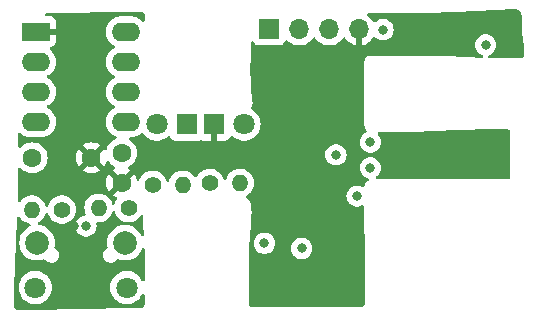
<source format=gbr>
%TF.GenerationSoftware,KiCad,Pcbnew,8.0.4*%
%TF.CreationDate,2024-09-23T16:48:43-04:00*%
%TF.ProjectId,solder_challenge_555,736f6c64-6572-45f6-9368-616c6c656e67,rev?*%
%TF.SameCoordinates,Original*%
%TF.FileFunction,Copper,L3,Inr*%
%TF.FilePolarity,Positive*%
%FSLAX46Y46*%
G04 Gerber Fmt 4.6, Leading zero omitted, Abs format (unit mm)*
G04 Created by KiCad (PCBNEW 8.0.4) date 2024-09-23 16:48:43*
%MOMM*%
%LPD*%
G01*
G04 APERTURE LIST*
%TA.AperFunction,ComponentPad*%
%ADD10C,1.400000*%
%TD*%
%TA.AperFunction,ComponentPad*%
%ADD11O,1.400000X1.400000*%
%TD*%
%TA.AperFunction,ComponentPad*%
%ADD12C,1.600000*%
%TD*%
%TA.AperFunction,ComponentPad*%
%ADD13R,2.400000X1.600000*%
%TD*%
%TA.AperFunction,ComponentPad*%
%ADD14O,2.400000X1.600000*%
%TD*%
%TA.AperFunction,ComponentPad*%
%ADD15R,1.800000X1.800000*%
%TD*%
%TA.AperFunction,ComponentPad*%
%ADD16C,1.800000*%
%TD*%
%TA.AperFunction,ComponentPad*%
%ADD17R,1.700000X1.700000*%
%TD*%
%TA.AperFunction,ComponentPad*%
%ADD18O,1.700000X1.700000*%
%TD*%
%TA.AperFunction,ComponentPad*%
%ADD19C,2.000000*%
%TD*%
%TA.AperFunction,ViaPad*%
%ADD20C,0.800000*%
%TD*%
%TA.AperFunction,Conductor*%
%ADD21C,0.250000*%
%TD*%
G04 APERTURE END LIST*
D10*
%TO.N,Net-(D4-K)*%
%TO.C,R3*%
X131920000Y-52230000D03*
D11*
%TO.N,Net-(D1-A)*%
X134460000Y-52230000D03*
%TD*%
D12*
%TO.N,Net-(U1-THR)*%
%TO.C,C1*%
X116890000Y-50100000D03*
%TO.N,GND*%
X121890000Y-50100000D03*
%TD*%
D13*
%TO.N,GND*%
%TO.C,U1*%
X117190000Y-39430000D03*
D14*
%TO.N,Net-(U1-THR)*%
X117190000Y-41970000D03*
%TO.N,Net-(D4-K)*%
X117190000Y-44510000D03*
%TO.N,VCC*%
X117190000Y-47050000D03*
%TO.N,Net-(U1-CV)*%
X124810000Y-47050000D03*
%TO.N,Net-(U1-THR)*%
X124810000Y-44510000D03*
%TO.N,Net-(U1-DIS)*%
X124810000Y-41970000D03*
%TO.N,VCC*%
X124810000Y-39430000D03*
%TD*%
D10*
%TO.N,VCC*%
%TO.C,R1*%
X125040000Y-54340000D03*
D11*
%TO.N,Net-(U1-DIS)*%
X122500000Y-54340000D03*
%TD*%
D12*
%TO.N,Net-(U1-CV)*%
%TO.C,C2*%
X124450000Y-49700000D03*
%TO.N,GND*%
X124450000Y-52200000D03*
%TD*%
D10*
%TO.N,Net-(U1-DIS)*%
%TO.C,R2*%
X119400000Y-54490000D03*
D11*
%TO.N,Net-(U1-THR)*%
X116860000Y-54490000D03*
%TD*%
D15*
%TO.N,Net-(D4-K)*%
%TO.C,D4*%
X129960000Y-47260000D03*
D16*
%TO.N,Net-(D4-A)*%
X127420000Y-47260000D03*
%TD*%
D15*
%TO.N,GND*%
%TO.C,D1*%
X132270000Y-47240000D03*
D16*
%TO.N,Net-(D1-A)*%
X134810000Y-47240000D03*
%TD*%
D10*
%TO.N,VCC*%
%TO.C,R13*%
X127090000Y-52380000D03*
D11*
%TO.N,Net-(D4-A)*%
X129630000Y-52380000D03*
%TD*%
D17*
%TO.N,VCC*%
%TO.C,J2*%
X136950000Y-39240000D03*
D18*
%TO.N,unconnected-(J2-Pin_2-Pad2)*%
X139490000Y-39240000D03*
%TO.N,unconnected-(J2-Pin_3-Pad3)*%
X142030000Y-39240000D03*
%TO.N,GND*%
X144570000Y-39240000D03*
%TD*%
D16*
%TO.N,unconnected-(J1-Shield-Pad6)*%
%TO.C,J1*%
X124895000Y-61090000D03*
D19*
X124745000Y-57290000D03*
X117295000Y-57290000D03*
D16*
X117145000Y-61090000D03*
%TD*%
D20*
%TO.N,GND*%
X137475000Y-52750000D03*
X156020000Y-48770000D03*
X120430000Y-55900000D03*
X141050000Y-61300000D03*
%TO.N,VCC*%
X146575000Y-39250000D03*
X121429949Y-55889691D03*
X142600000Y-49850000D03*
X139700000Y-57775000D03*
X144400000Y-53350000D03*
%TO.N,/smt_555/7*%
X145510000Y-50950000D03*
%TO.N,/smt_555/3*%
X136540000Y-57340000D03*
X145520000Y-48780000D03*
X155280000Y-40550000D03*
%TD*%
D21*
%TO.N,GND*%
X137475000Y-51700000D02*
X137500000Y-51675000D01*
X137475000Y-52750000D02*
X137475000Y-52975000D01*
X137475000Y-52750000D02*
X137475000Y-51700000D01*
%TD*%
%TA.AperFunction,Conductor*%
%TO.N,GND*%
G36*
X126189292Y-37785442D02*
G01*
X126189391Y-37785000D01*
X126191995Y-37785577D01*
X126192022Y-37785585D01*
X126192558Y-37785680D01*
X126192564Y-37785680D01*
X126195236Y-37786155D01*
X126195212Y-37786288D01*
X126204588Y-37788075D01*
X126211164Y-37789719D01*
X126211163Y-37789719D01*
X126212916Y-37790157D01*
X126215322Y-37790758D01*
X126221412Y-37792551D01*
X126221435Y-37792478D01*
X126223612Y-37793128D01*
X126223613Y-37793129D01*
X126224044Y-37793258D01*
X126224462Y-37793365D01*
X126224468Y-37793366D01*
X126225360Y-37793595D01*
X126241233Y-37799006D01*
X126241252Y-37798953D01*
X126241286Y-37798965D01*
X126241312Y-37798899D01*
X126243216Y-37799643D01*
X126243245Y-37799656D01*
X126243741Y-37799831D01*
X126243752Y-37799834D01*
X126245506Y-37800453D01*
X126273063Y-37814228D01*
X126279954Y-37818823D01*
X126287891Y-37824115D01*
X126291859Y-37826760D01*
X126298672Y-37831302D01*
X126303758Y-37834993D01*
X126303802Y-37834935D01*
X126305476Y-37836166D01*
X126305480Y-37836169D01*
X126306122Y-37836641D01*
X126306779Y-37837098D01*
X126307440Y-37837535D01*
X126308093Y-37837949D01*
X126308726Y-37838336D01*
X126309879Y-37839041D01*
X126309755Y-37839242D01*
X126336450Y-37861423D01*
X126336924Y-37860977D01*
X126338842Y-37863008D01*
X126338855Y-37863023D01*
X126339137Y-37863296D01*
X126339141Y-37863299D01*
X126341242Y-37865334D01*
X126341144Y-37865434D01*
X126345520Y-37869723D01*
X126345556Y-37869689D01*
X126346722Y-37870892D01*
X126346738Y-37870909D01*
X126346877Y-37871045D01*
X126347021Y-37871171D01*
X126347027Y-37871175D01*
X126347039Y-37871186D01*
X126348110Y-37872054D01*
X126357680Y-37880675D01*
X126359327Y-37882322D01*
X126359328Y-37882323D01*
X126361217Y-37884212D01*
X126376717Y-37903116D01*
X126378726Y-37906129D01*
X126380494Y-37908781D01*
X126381684Y-37910565D01*
X126381865Y-37910837D01*
X126396326Y-37940403D01*
X126399010Y-37948454D01*
X126399011Y-37948460D01*
X126399012Y-37948460D01*
X126399015Y-37948469D01*
X126400558Y-37953100D01*
X126400587Y-37953185D01*
X126406950Y-37992397D01*
X126406950Y-38488403D01*
X126387265Y-38555442D01*
X126334461Y-38601197D01*
X126265303Y-38611141D01*
X126201747Y-38582116D01*
X126195269Y-38576084D01*
X126057213Y-38438028D01*
X125891613Y-38317715D01*
X125891612Y-38317714D01*
X125891610Y-38317713D01*
X125815791Y-38279081D01*
X125709223Y-38224781D01*
X125514534Y-38161522D01*
X125328742Y-38132096D01*
X125312352Y-38129500D01*
X124307648Y-38129500D01*
X124291258Y-38132096D01*
X124105465Y-38161522D01*
X123910776Y-38224781D01*
X123728386Y-38317715D01*
X123562786Y-38438028D01*
X123418028Y-38582786D01*
X123297715Y-38748386D01*
X123204781Y-38930776D01*
X123141522Y-39125465D01*
X123112956Y-39305826D01*
X123109500Y-39327648D01*
X123109500Y-39532352D01*
X123113246Y-39556000D01*
X123141522Y-39734534D01*
X123204781Y-39929223D01*
X123297715Y-40111613D01*
X123418028Y-40277213D01*
X123562786Y-40421971D01*
X123710546Y-40529323D01*
X123728390Y-40542287D01*
X123810435Y-40584091D01*
X123821080Y-40589515D01*
X123871876Y-40637490D01*
X123888671Y-40705311D01*
X123866134Y-40771446D01*
X123821080Y-40810485D01*
X123728386Y-40857715D01*
X123562786Y-40978028D01*
X123418028Y-41122786D01*
X123297715Y-41288386D01*
X123204781Y-41470776D01*
X123141522Y-41665465D01*
X123109500Y-41867648D01*
X123109500Y-42072351D01*
X123141522Y-42274534D01*
X123204781Y-42469223D01*
X123297715Y-42651613D01*
X123418028Y-42817213D01*
X123562786Y-42961971D01*
X123647031Y-43023177D01*
X123728390Y-43082287D01*
X123819840Y-43128883D01*
X123821080Y-43129515D01*
X123871876Y-43177490D01*
X123888671Y-43245311D01*
X123866134Y-43311446D01*
X123821080Y-43350485D01*
X123728386Y-43397715D01*
X123562786Y-43518028D01*
X123418028Y-43662786D01*
X123297715Y-43828386D01*
X123204781Y-44010776D01*
X123141522Y-44205465D01*
X123109500Y-44407648D01*
X123109500Y-44612351D01*
X123141522Y-44814534D01*
X123204781Y-45009223D01*
X123297715Y-45191613D01*
X123418028Y-45357213D01*
X123562786Y-45501971D01*
X123714120Y-45611919D01*
X123728390Y-45622287D01*
X123796122Y-45656798D01*
X123821080Y-45669515D01*
X123871876Y-45717490D01*
X123888671Y-45785311D01*
X123866134Y-45851446D01*
X123821080Y-45890485D01*
X123728386Y-45937715D01*
X123562786Y-46058028D01*
X123418028Y-46202786D01*
X123297715Y-46368386D01*
X123204781Y-46550776D01*
X123141522Y-46745465D01*
X123109500Y-46947648D01*
X123109500Y-47152352D01*
X123112382Y-47170548D01*
X123141522Y-47354534D01*
X123204781Y-47549223D01*
X123260237Y-47658060D01*
X123293991Y-47724306D01*
X123297715Y-47731613D01*
X123418028Y-47897213D01*
X123562786Y-48041971D01*
X123674526Y-48123153D01*
X123728390Y-48162287D01*
X123910781Y-48255220D01*
X123941614Y-48265238D01*
X123999290Y-48304675D01*
X124026489Y-48369033D01*
X124014575Y-48437880D01*
X123967331Y-48489356D01*
X123955702Y-48495551D01*
X123797267Y-48569431D01*
X123797265Y-48569432D01*
X123610858Y-48699954D01*
X123449954Y-48860858D01*
X123319432Y-49047265D01*
X123319431Y-49047267D01*
X123223261Y-49253502D01*
X123223258Y-49253511D01*
X123198270Y-49346771D01*
X123161905Y-49406432D01*
X123099058Y-49436961D01*
X123029683Y-49428666D01*
X122976921Y-49385802D01*
X122969026Y-49374527D01*
X122969025Y-49374526D01*
X122290000Y-50053551D01*
X122290000Y-50047339D01*
X122262741Y-49945606D01*
X122210080Y-49854394D01*
X122135606Y-49779920D01*
X122044394Y-49727259D01*
X121942661Y-49700000D01*
X121936448Y-49700000D01*
X122615472Y-49020974D01*
X122542478Y-48969863D01*
X122336331Y-48873735D01*
X122336317Y-48873730D01*
X122116610Y-48814860D01*
X122116599Y-48814858D01*
X121890002Y-48795034D01*
X121889998Y-48795034D01*
X121663400Y-48814858D01*
X121663389Y-48814860D01*
X121443682Y-48873730D01*
X121443673Y-48873734D01*
X121237516Y-48969866D01*
X121237512Y-48969868D01*
X121164526Y-49020973D01*
X121164526Y-49020974D01*
X121843553Y-49700000D01*
X121837339Y-49700000D01*
X121735606Y-49727259D01*
X121644394Y-49779920D01*
X121569920Y-49854394D01*
X121517259Y-49945606D01*
X121490000Y-50047339D01*
X121490000Y-50053552D01*
X120810974Y-49374526D01*
X120810973Y-49374526D01*
X120759868Y-49447512D01*
X120759866Y-49447516D01*
X120663734Y-49653673D01*
X120663730Y-49653682D01*
X120604860Y-49873389D01*
X120604858Y-49873400D01*
X120585034Y-50099997D01*
X120585034Y-50100002D01*
X120604858Y-50326599D01*
X120604860Y-50326610D01*
X120663730Y-50546317D01*
X120663735Y-50546331D01*
X120759863Y-50752478D01*
X120810974Y-50825472D01*
X121490000Y-50146446D01*
X121490000Y-50152661D01*
X121517259Y-50254394D01*
X121569920Y-50345606D01*
X121644394Y-50420080D01*
X121735606Y-50472741D01*
X121837339Y-50500000D01*
X121843553Y-50500000D01*
X121164526Y-51179025D01*
X121237513Y-51230132D01*
X121237521Y-51230136D01*
X121443668Y-51326264D01*
X121443682Y-51326269D01*
X121663389Y-51385139D01*
X121663400Y-51385141D01*
X121889998Y-51404966D01*
X121890002Y-51404966D01*
X122116599Y-51385141D01*
X122116610Y-51385139D01*
X122336317Y-51326269D01*
X122336331Y-51326264D01*
X122542478Y-51230136D01*
X122615471Y-51179024D01*
X121936447Y-50500000D01*
X121942661Y-50500000D01*
X122044394Y-50472741D01*
X122135606Y-50420080D01*
X122210080Y-50345606D01*
X122262741Y-50254394D01*
X122290000Y-50152661D01*
X122290000Y-50146447D01*
X122969024Y-50825471D01*
X123020136Y-50752478D01*
X123116264Y-50546331D01*
X123116269Y-50546317D01*
X123141186Y-50453324D01*
X123177550Y-50393664D01*
X123240397Y-50363134D01*
X123309773Y-50371428D01*
X123362536Y-50414294D01*
X123449954Y-50539141D01*
X123610858Y-50700045D01*
X123610861Y-50700047D01*
X123797266Y-50830568D01*
X123812975Y-50837893D01*
X123865414Y-50884064D01*
X123884567Y-50951257D01*
X123864352Y-51018138D01*
X123812979Y-51062656D01*
X123797514Y-51069867D01*
X123797512Y-51069868D01*
X123724526Y-51120973D01*
X123724526Y-51120974D01*
X124403553Y-51800000D01*
X124397339Y-51800000D01*
X124295606Y-51827259D01*
X124204394Y-51879920D01*
X124129920Y-51954394D01*
X124077259Y-52045606D01*
X124050000Y-52147339D01*
X124050000Y-52153552D01*
X123370974Y-51474526D01*
X123370973Y-51474526D01*
X123319868Y-51547512D01*
X123319866Y-51547516D01*
X123223734Y-51753673D01*
X123223730Y-51753682D01*
X123164860Y-51973389D01*
X123164858Y-51973400D01*
X123145034Y-52199997D01*
X123145034Y-52200002D01*
X123164858Y-52426599D01*
X123164860Y-52426610D01*
X123223730Y-52646317D01*
X123223735Y-52646331D01*
X123319863Y-52852478D01*
X123370974Y-52925472D01*
X124050000Y-52246446D01*
X124050000Y-52252661D01*
X124077259Y-52354394D01*
X124129920Y-52445606D01*
X124204394Y-52520080D01*
X124295606Y-52572741D01*
X124397339Y-52600000D01*
X124403553Y-52600000D01*
X123724526Y-53279025D01*
X123797513Y-53330132D01*
X123797521Y-53330136D01*
X124003668Y-53426264D01*
X124003681Y-53426268D01*
X124010531Y-53428104D01*
X124070193Y-53464467D01*
X124100724Y-53527312D01*
X124092432Y-53596688D01*
X124077397Y-53622606D01*
X124014943Y-53705309D01*
X124014938Y-53705316D01*
X123915775Y-53904461D01*
X123915769Y-53904476D01*
X123889266Y-53997627D01*
X123851987Y-54056721D01*
X123788677Y-54086278D01*
X123719438Y-54076916D01*
X123666251Y-54031606D01*
X123650734Y-53997627D01*
X123634029Y-53938915D01*
X123624229Y-53904472D01*
X123613146Y-53882214D01*
X123525061Y-53705316D01*
X123525056Y-53705308D01*
X123390979Y-53527761D01*
X123226562Y-53377876D01*
X123226560Y-53377874D01*
X123037404Y-53260754D01*
X123037398Y-53260752D01*
X122829940Y-53180382D01*
X122611243Y-53139500D01*
X122388757Y-53139500D01*
X122170060Y-53180382D01*
X122038864Y-53231207D01*
X121962601Y-53260752D01*
X121962595Y-53260754D01*
X121773439Y-53377874D01*
X121773437Y-53377876D01*
X121609020Y-53527761D01*
X121474943Y-53705308D01*
X121474938Y-53705316D01*
X121375775Y-53904461D01*
X121375769Y-53904476D01*
X121314885Y-54118462D01*
X121314884Y-54118464D01*
X121294357Y-54339999D01*
X121294357Y-54340000D01*
X121314884Y-54561535D01*
X121314885Y-54561537D01*
X121375769Y-54775523D01*
X121375777Y-54775543D01*
X121396759Y-54817680D01*
X121409020Y-54886465D01*
X121382147Y-54950960D01*
X121324671Y-54990687D01*
X121311540Y-54994241D01*
X121150146Y-55028546D01*
X121150141Y-55028548D01*
X120977219Y-55105539D01*
X120977214Y-55105542D01*
X120824078Y-55216802D01*
X120697415Y-55357476D01*
X120602770Y-55521406D01*
X120602767Y-55521413D01*
X120546342Y-55695074D01*
X120544275Y-55701435D01*
X120524489Y-55889691D01*
X120544275Y-56077947D01*
X120544276Y-56077950D01*
X120602767Y-56257968D01*
X120602770Y-56257975D01*
X120697416Y-56421907D01*
X120813026Y-56550305D01*
X120824078Y-56562579D01*
X120977214Y-56673839D01*
X120977219Y-56673842D01*
X121150141Y-56750833D01*
X121150146Y-56750835D01*
X121335303Y-56790191D01*
X121335304Y-56790191D01*
X121524593Y-56790191D01*
X121524595Y-56790191D01*
X121709752Y-56750835D01*
X121882679Y-56673842D01*
X122035820Y-56562579D01*
X122162482Y-56421907D01*
X122257128Y-56257975D01*
X122315623Y-56077947D01*
X122335409Y-55889691D01*
X122315623Y-55701435D01*
X122315620Y-55701428D01*
X122314271Y-55695074D01*
X122315843Y-55694739D01*
X122314075Y-55632985D01*
X122350151Y-55573150D01*
X122412850Y-55542318D01*
X122434003Y-55540500D01*
X122611241Y-55540500D01*
X122611243Y-55540500D01*
X122829940Y-55499618D01*
X123037401Y-55419247D01*
X123226562Y-55302124D01*
X123390981Y-55152236D01*
X123525058Y-54974689D01*
X123624229Y-54775528D01*
X123650734Y-54682371D01*
X123688013Y-54623278D01*
X123751323Y-54593721D01*
X123820562Y-54603083D01*
X123873749Y-54648393D01*
X123889266Y-54682372D01*
X123915769Y-54775523D01*
X123915775Y-54775538D01*
X124014938Y-54974683D01*
X124014943Y-54974691D01*
X124149020Y-55152238D01*
X124313437Y-55302123D01*
X124313439Y-55302125D01*
X124502595Y-55419245D01*
X124502596Y-55419245D01*
X124502599Y-55419247D01*
X124710060Y-55499618D01*
X124928757Y-55540500D01*
X124928759Y-55540500D01*
X125151241Y-55540500D01*
X125151243Y-55540500D01*
X125369940Y-55499618D01*
X125577401Y-55419247D01*
X125766562Y-55302124D01*
X125930981Y-55152236D01*
X126058911Y-54982829D01*
X126115019Y-54941192D01*
X126184731Y-54936500D01*
X126245913Y-54970243D01*
X126279141Y-55031706D01*
X126281844Y-55059844D01*
X126279952Y-55162260D01*
X126278919Y-55289348D01*
X126279622Y-55412916D01*
X126279623Y-55412951D01*
X126281813Y-55533584D01*
X126285244Y-55651737D01*
X126287143Y-55701429D01*
X126289671Y-55767589D01*
X126294833Y-55881218D01*
X126306415Y-56106904D01*
X126312812Y-56219519D01*
X126319981Y-56332860D01*
X126335504Y-56564378D01*
X126336904Y-56584419D01*
X126321939Y-56652667D01*
X126272452Y-56701990D01*
X126204154Y-56716729D01*
X126138730Y-56692204D01*
X126099649Y-56642871D01*
X126086878Y-56613757D01*
X126069173Y-56573393D01*
X126069172Y-56573391D01*
X125933166Y-56365217D01*
X125853996Y-56279216D01*
X125764744Y-56182262D01*
X125568509Y-56029526D01*
X125568507Y-56029525D01*
X125568506Y-56029524D01*
X125349811Y-55911172D01*
X125349802Y-55911169D01*
X125114616Y-55830429D01*
X124869335Y-55789500D01*
X124620665Y-55789500D01*
X124375383Y-55830429D01*
X124140197Y-55911169D01*
X124140188Y-55911172D01*
X123921493Y-56029524D01*
X123725257Y-56182261D01*
X123556833Y-56365217D01*
X123420826Y-56573393D01*
X123320936Y-56801118D01*
X123259892Y-57042175D01*
X123259890Y-57042187D01*
X123239357Y-57289994D01*
X123239357Y-57290005D01*
X123259891Y-57537817D01*
X123280739Y-57620144D01*
X123278114Y-57689964D01*
X123238158Y-57747282D01*
X123216841Y-57759905D01*
X123217246Y-57760663D01*
X123211877Y-57763532D01*
X123105328Y-57834725D01*
X123014726Y-57925327D01*
X123014723Y-57925331D01*
X122943538Y-58031866D01*
X122943533Y-58031875D01*
X122894499Y-58150255D01*
X122894497Y-58150261D01*
X122869500Y-58275928D01*
X122869500Y-58275931D01*
X122869500Y-58404069D01*
X122869500Y-58404071D01*
X122869499Y-58404071D01*
X122894497Y-58529738D01*
X122894499Y-58529744D01*
X122943533Y-58648124D01*
X122943538Y-58648133D01*
X123014723Y-58754668D01*
X123014726Y-58754672D01*
X123105327Y-58845273D01*
X123105331Y-58845276D01*
X123211866Y-58916461D01*
X123211872Y-58916464D01*
X123211873Y-58916465D01*
X123330256Y-58965501D01*
X123330260Y-58965501D01*
X123330261Y-58965502D01*
X123455928Y-58990500D01*
X123455931Y-58990500D01*
X123584071Y-58990500D01*
X123668615Y-58973682D01*
X123709744Y-58965501D01*
X123828127Y-58916465D01*
X123934669Y-58845276D01*
X124025276Y-58754669D01*
X124040323Y-58732150D01*
X124093933Y-58687347D01*
X124163258Y-58678638D01*
X124183687Y-58683761D01*
X124324640Y-58732150D01*
X124375386Y-58749571D01*
X124620665Y-58790500D01*
X124869335Y-58790500D01*
X125114614Y-58749571D01*
X125349810Y-58668828D01*
X125568509Y-58550474D01*
X125764744Y-58397738D01*
X125933164Y-58214785D01*
X126069173Y-58006607D01*
X126158628Y-57802669D01*
X126203583Y-57749185D01*
X126270319Y-57728495D01*
X126337647Y-57747169D01*
X126384190Y-57799280D01*
X126396151Y-57849674D01*
X126398342Y-57946434D01*
X126398362Y-57947519D01*
X126400745Y-58119135D01*
X126400755Y-58120233D01*
X126401661Y-58300195D01*
X126401662Y-58300227D01*
X126402456Y-58310957D01*
X126402596Y-58313101D01*
X126403138Y-58322684D01*
X126403232Y-58324616D01*
X126403626Y-58334245D01*
X126403683Y-58335896D01*
X126403951Y-58345611D01*
X126403988Y-58347461D01*
X126404257Y-58368718D01*
X126404267Y-58370064D01*
X126404308Y-58392823D01*
X126404308Y-60453019D01*
X126384623Y-60520058D01*
X126331819Y-60565813D01*
X126262661Y-60575757D01*
X126199105Y-60546732D01*
X126166752Y-60502830D01*
X126130923Y-60421149D01*
X126003983Y-60226852D01*
X126003980Y-60226849D01*
X126003979Y-60226847D01*
X125846784Y-60056087D01*
X125846779Y-60056083D01*
X125846777Y-60056081D01*
X125663634Y-59913535D01*
X125663628Y-59913531D01*
X125459504Y-59803064D01*
X125459495Y-59803061D01*
X125239984Y-59727702D01*
X125068282Y-59699050D01*
X125011049Y-59689500D01*
X124778951Y-59689500D01*
X124733164Y-59697140D01*
X124550015Y-59727702D01*
X124330504Y-59803061D01*
X124330495Y-59803064D01*
X124126371Y-59913531D01*
X124126365Y-59913535D01*
X123943222Y-60056081D01*
X123943219Y-60056084D01*
X123786016Y-60226852D01*
X123659075Y-60421151D01*
X123565842Y-60633699D01*
X123508866Y-60858691D01*
X123508864Y-60858702D01*
X123489700Y-61089993D01*
X123489700Y-61090006D01*
X123508864Y-61321297D01*
X123508866Y-61321308D01*
X123565842Y-61546300D01*
X123659075Y-61758848D01*
X123786016Y-61953147D01*
X123786019Y-61953151D01*
X123786021Y-61953153D01*
X123943216Y-62123913D01*
X123943219Y-62123915D01*
X123943222Y-62123918D01*
X124126365Y-62266464D01*
X124126371Y-62266468D01*
X124126374Y-62266470D01*
X124330497Y-62376936D01*
X124419486Y-62407486D01*
X124550015Y-62452297D01*
X124550017Y-62452297D01*
X124550019Y-62452298D01*
X124778951Y-62490500D01*
X124778952Y-62490500D01*
X125011048Y-62490500D01*
X125011049Y-62490500D01*
X125239981Y-62452298D01*
X125459503Y-62376936D01*
X125663626Y-62266470D01*
X125846784Y-62123913D01*
X126003979Y-61953153D01*
X126130924Y-61758849D01*
X126166752Y-61677170D01*
X126211708Y-61623684D01*
X126278444Y-61602994D01*
X126345772Y-61621669D01*
X126392315Y-61673779D01*
X126404308Y-61726980D01*
X126404308Y-62448880D01*
X126404350Y-62450327D01*
X126402715Y-62474308D01*
X126401662Y-62480627D01*
X126401661Y-62480636D01*
X126400366Y-62488404D01*
X126398839Y-62496066D01*
X126398127Y-62499129D01*
X126398014Y-62499721D01*
X126397861Y-62500822D01*
X126397672Y-62502533D01*
X126397624Y-62502527D01*
X126397620Y-62502560D01*
X126397343Y-62502521D01*
X126392222Y-62526713D01*
X126392417Y-62526774D01*
X126392486Y-62526793D01*
X126392485Y-62526795D01*
X126392552Y-62526816D01*
X126391930Y-62528813D01*
X126391733Y-62529533D01*
X126391720Y-62529585D01*
X126391555Y-62530353D01*
X126391551Y-62530377D01*
X126391408Y-62531246D01*
X126391053Y-62534129D01*
X126390629Y-62534076D01*
X126383080Y-62565455D01*
X126377852Y-62578528D01*
X126372560Y-62591757D01*
X126372559Y-62591760D01*
X126367267Y-62604985D01*
X126367268Y-62604986D01*
X126363073Y-62615474D01*
X126362040Y-62617924D01*
X126362045Y-62617926D01*
X126361084Y-62620228D01*
X126360357Y-62622179D01*
X126349774Y-62643256D01*
X126350035Y-62643415D01*
X126348551Y-62645850D01*
X126348135Y-62646588D01*
X126347747Y-62647335D01*
X126347406Y-62648046D01*
X126347076Y-62648803D01*
X126345804Y-62652041D01*
X126345616Y-62651967D01*
X126341289Y-62662235D01*
X126340863Y-62663089D01*
X126340808Y-62663198D01*
X126336734Y-62671345D01*
X126326166Y-62688584D01*
X126326212Y-62688616D01*
X126325687Y-62689366D01*
X126325577Y-62689547D01*
X126325290Y-62689935D01*
X126324770Y-62690678D01*
X126324235Y-62691490D01*
X126323971Y-62691916D01*
X126323517Y-62692578D01*
X126323339Y-62692850D01*
X126323334Y-62692847D01*
X126317884Y-62700819D01*
X126315099Y-62704535D01*
X126314752Y-62704998D01*
X126314367Y-62705511D01*
X126314348Y-62705536D01*
X126306798Y-62715603D01*
X126301130Y-62722461D01*
X126301175Y-62722500D01*
X126299546Y-62724419D01*
X126299155Y-62724911D01*
X126298657Y-62725468D01*
X126298306Y-62725882D01*
X126298295Y-62725873D01*
X126289865Y-62735310D01*
X126286140Y-62739036D01*
X126282603Y-62742573D01*
X126274665Y-62750511D01*
X126266728Y-62758448D01*
X126266727Y-62758447D01*
X126250118Y-62775057D01*
X126240705Y-62783423D01*
X126240766Y-62783497D01*
X126239406Y-62784611D01*
X126239120Y-62784822D01*
X126238976Y-62784936D01*
X126238972Y-62784931D01*
X126231849Y-62790196D01*
X126231910Y-62790282D01*
X126229364Y-62792071D01*
X126208618Y-62803720D01*
X126208635Y-62803755D01*
X126208105Y-62804008D01*
X126207592Y-62804297D01*
X126206618Y-62804721D01*
X126205877Y-62805075D01*
X126205125Y-62805467D01*
X126204397Y-62805878D01*
X126201857Y-62807420D01*
X126201812Y-62807347D01*
X126191787Y-62813110D01*
X126190059Y-62813975D01*
X126189999Y-62814005D01*
X126179415Y-62819296D01*
X126168831Y-62824587D01*
X126168829Y-62824588D01*
X126168828Y-62824588D01*
X126158986Y-62829507D01*
X126158987Y-62829508D01*
X126158973Y-62829515D01*
X126141338Y-62838330D01*
X126110235Y-62849003D01*
X126100059Y-62851039D01*
X126100039Y-62851044D01*
X126086810Y-62853689D01*
X126086795Y-62853692D01*
X126086794Y-62853691D01*
X126072420Y-62856569D01*
X126048079Y-62858982D01*
X123258389Y-62858982D01*
X122993846Y-62864272D01*
X122993817Y-62864273D01*
X122324421Y-62877503D01*
X122324416Y-62877503D01*
X121385291Y-62896022D01*
X121385201Y-62896023D01*
X121385150Y-62896025D01*
X120310942Y-62919836D01*
X119236734Y-62943648D01*
X118748027Y-62954660D01*
X118297709Y-62964807D01*
X118297096Y-62964819D01*
X117921160Y-62971428D01*
X117763112Y-62974491D01*
X117628006Y-62978046D01*
X117570214Y-62979779D01*
X117569654Y-62979795D01*
X117518577Y-62981095D01*
X117517796Y-62981112D01*
X117436732Y-62982664D01*
X117435732Y-62982679D01*
X117384482Y-62983247D01*
X117383613Y-62983254D01*
X117364178Y-62983333D01*
X117363728Y-62983335D01*
X117363229Y-62983336D01*
X115676636Y-62983336D01*
X115637328Y-62976346D01*
X115637294Y-62976450D01*
X115637185Y-62976815D01*
X115637174Y-62976811D01*
X115637155Y-62976869D01*
X115635334Y-62976264D01*
X115635276Y-62976247D01*
X115634588Y-62976042D01*
X115634565Y-62976036D01*
X115634552Y-62976033D01*
X115633880Y-62975873D01*
X115633834Y-62975863D01*
X115633116Y-62975727D01*
X115633112Y-62975726D01*
X115633110Y-62975726D01*
X115632367Y-62975617D01*
X115632362Y-62975616D01*
X115630252Y-62975307D01*
X115630278Y-62975128D01*
X115617687Y-62972863D01*
X115617227Y-62972748D01*
X115617227Y-62972746D01*
X115617215Y-62972745D01*
X115606647Y-62970102D01*
X115606647Y-62970101D01*
X115600838Y-62968649D01*
X115573582Y-62958300D01*
X115572335Y-62957649D01*
X115571802Y-62957387D01*
X115571211Y-62957125D01*
X115571207Y-62957123D01*
X115570602Y-62956874D01*
X115570589Y-62956869D01*
X115569411Y-62956384D01*
X115569437Y-62956319D01*
X115560971Y-62952556D01*
X115556640Y-62950391D01*
X115548414Y-62945830D01*
X115548398Y-62945858D01*
X115546845Y-62944944D01*
X115546507Y-62944757D01*
X115546267Y-62944624D01*
X115545713Y-62944342D01*
X115545177Y-62944102D01*
X115543317Y-62943269D01*
X115543421Y-62943036D01*
X115524519Y-62932991D01*
X115516696Y-62927777D01*
X115516601Y-62927714D01*
X115516315Y-62927523D01*
X115506912Y-62920489D01*
X115506905Y-62920499D01*
X115506449Y-62920143D01*
X115505724Y-62919601D01*
X115505297Y-62919245D01*
X115504792Y-62918851D01*
X115504787Y-62918847D01*
X115504559Y-62918683D01*
X115504300Y-62918497D01*
X115504257Y-62918468D01*
X115503815Y-62918182D01*
X115503810Y-62918179D01*
X115503800Y-62918173D01*
X115503795Y-62918170D01*
X115503299Y-62917887D01*
X115503291Y-62917883D01*
X115503275Y-62917874D01*
X115502260Y-62917341D01*
X115491140Y-62910740D01*
X115485942Y-62907276D01*
X115469226Y-62893918D01*
X115460850Y-62885947D01*
X115455183Y-62882145D01*
X115455141Y-62882103D01*
X115435480Y-62855416D01*
X115435013Y-62855682D01*
X115433706Y-62853384D01*
X115433703Y-62853379D01*
X115433696Y-62853367D01*
X115433375Y-62852871D01*
X115433019Y-62852375D01*
X115432891Y-62852211D01*
X115432628Y-62851873D01*
X115432266Y-62851440D01*
X115431729Y-62850721D01*
X115431367Y-62850257D01*
X115431376Y-62850249D01*
X115424225Y-62840674D01*
X115424089Y-62840470D01*
X115418797Y-62832533D01*
X115413506Y-62824595D01*
X115408214Y-62816658D01*
X115402922Y-62808722D01*
X115400946Y-62805757D01*
X115383778Y-62764700D01*
X115383365Y-62764811D01*
X115383360Y-62764794D01*
X115383312Y-62764806D01*
X115382906Y-62763093D01*
X115382848Y-62762877D01*
X115382845Y-62762870D01*
X115382843Y-62762860D01*
X115382756Y-62762602D01*
X115382752Y-62762593D01*
X115382058Y-62760534D01*
X115382216Y-62760480D01*
X115379135Y-62750615D01*
X115379110Y-62750513D01*
X115376464Y-62739929D01*
X115374873Y-62733568D01*
X115371172Y-62703497D01*
X115371172Y-61089993D01*
X115739700Y-61089993D01*
X115739700Y-61090006D01*
X115758864Y-61321297D01*
X115758866Y-61321308D01*
X115815842Y-61546300D01*
X115909075Y-61758848D01*
X116036016Y-61953147D01*
X116036019Y-61953151D01*
X116036021Y-61953153D01*
X116193216Y-62123913D01*
X116193219Y-62123915D01*
X116193222Y-62123918D01*
X116376365Y-62266464D01*
X116376371Y-62266468D01*
X116376374Y-62266470D01*
X116580497Y-62376936D01*
X116669486Y-62407486D01*
X116800015Y-62452297D01*
X116800017Y-62452297D01*
X116800019Y-62452298D01*
X117028951Y-62490500D01*
X117028952Y-62490500D01*
X117261048Y-62490500D01*
X117261049Y-62490500D01*
X117489981Y-62452298D01*
X117709503Y-62376936D01*
X117913626Y-62266470D01*
X118096784Y-62123913D01*
X118253979Y-61953153D01*
X118380924Y-61758849D01*
X118474157Y-61546300D01*
X118531134Y-61321305D01*
X118550300Y-61090000D01*
X118550300Y-61089993D01*
X118531135Y-60858702D01*
X118531133Y-60858691D01*
X118474157Y-60633699D01*
X118380924Y-60421151D01*
X118253983Y-60226852D01*
X118253980Y-60226849D01*
X118253979Y-60226847D01*
X118096784Y-60056087D01*
X118096779Y-60056083D01*
X118096777Y-60056081D01*
X117913634Y-59913535D01*
X117913628Y-59913531D01*
X117709504Y-59803064D01*
X117709495Y-59803061D01*
X117489984Y-59727702D01*
X117318282Y-59699050D01*
X117261049Y-59689500D01*
X117028951Y-59689500D01*
X116983164Y-59697140D01*
X116800015Y-59727702D01*
X116580504Y-59803061D01*
X116580495Y-59803064D01*
X116376371Y-59913531D01*
X116376365Y-59913535D01*
X116193222Y-60056081D01*
X116193219Y-60056084D01*
X116036016Y-60226852D01*
X115909075Y-60421151D01*
X115815842Y-60633699D01*
X115758866Y-60858691D01*
X115758864Y-60858702D01*
X115739700Y-61089993D01*
X115371172Y-61089993D01*
X115371172Y-60750267D01*
X115371172Y-60750258D01*
X115371064Y-60739344D01*
X115370800Y-60728430D01*
X115370199Y-60707289D01*
X115370168Y-60705893D01*
X115370028Y-60696904D01*
X115370015Y-60694469D01*
X115370048Y-60686515D01*
X115370113Y-60683021D01*
X115370339Y-60676094D01*
X115370569Y-60671610D01*
X115371172Y-60662945D01*
X115373818Y-60575630D01*
X115376464Y-60488318D01*
X115377503Y-60453019D01*
X115379110Y-60398362D01*
X115379110Y-60398361D01*
X115381756Y-60308403D01*
X115382612Y-60279299D01*
X115384321Y-60221198D01*
X115384602Y-60215737D01*
X115385275Y-60206655D01*
X115385931Y-60195048D01*
X115386401Y-60183566D01*
X115386717Y-60172145D01*
X115387006Y-60149242D01*
X115387044Y-60127474D01*
X115387095Y-60124158D01*
X115389693Y-60033238D01*
X115392341Y-59940585D01*
X115394985Y-59845385D01*
X115396014Y-59808337D01*
X115397631Y-59750134D01*
X115400277Y-59652237D01*
X115402922Y-59554341D01*
X115405486Y-59459473D01*
X115405800Y-59453410D01*
X115407511Y-59431062D01*
X115409206Y-59406175D01*
X115409883Y-59393762D01*
X115410405Y-59381287D01*
X115410741Y-59368688D01*
X115410835Y-59358588D01*
X115411001Y-59353225D01*
X115416152Y-59255363D01*
X115421447Y-59154740D01*
X115426735Y-59051634D01*
X115431152Y-58965500D01*
X115432027Y-58948447D01*
X115437318Y-58842613D01*
X115442610Y-58736780D01*
X115447836Y-58632238D01*
X115447993Y-58629648D01*
X115449358Y-58610435D01*
X115449845Y-58603577D01*
X115451540Y-58576705D01*
X115452216Y-58563301D01*
X115452738Y-58549834D01*
X115453074Y-58536244D01*
X115453171Y-58524960D01*
X115453312Y-58520022D01*
X115458485Y-58413986D01*
X115463776Y-58305506D01*
X115469068Y-58194382D01*
X115474360Y-58083256D01*
X115479651Y-57972132D01*
X115484943Y-57858361D01*
X115490182Y-57745709D01*
X115490307Y-57743497D01*
X115492178Y-57715238D01*
X115493873Y-57686382D01*
X115494550Y-57671985D01*
X115495072Y-57657526D01*
X115495408Y-57642943D01*
X115495507Y-57630479D01*
X115495630Y-57625881D01*
X115500818Y-57511755D01*
X115506055Y-57396535D01*
X115506185Y-57394187D01*
X115508053Y-57365573D01*
X115509748Y-57335807D01*
X115510947Y-57306042D01*
X115511022Y-57302737D01*
X115511283Y-57291184D01*
X115511383Y-57278552D01*
X115511501Y-57274027D01*
X115516693Y-57157215D01*
X115521044Y-57059323D01*
X115521985Y-57038153D01*
X115527276Y-56916445D01*
X115532568Y-56794737D01*
X115537860Y-56673029D01*
X115542598Y-56564044D01*
X115543151Y-56551322D01*
X115543151Y-56551321D01*
X115548443Y-56429613D01*
X115548778Y-56421905D01*
X115553735Y-56307905D01*
X115553847Y-56293874D01*
X115553871Y-56292238D01*
X115554164Y-56279216D01*
X115554233Y-56277048D01*
X115555001Y-56257975D01*
X115555351Y-56249282D01*
X115555444Y-56247381D01*
X115557055Y-56219082D01*
X115557111Y-56218183D01*
X115559024Y-56188878D01*
X115559319Y-56182261D01*
X115564318Y-56069783D01*
X115569610Y-55950720D01*
X115569625Y-55950720D01*
X115569615Y-55950601D01*
X115574847Y-55835486D01*
X115574977Y-55833150D01*
X115576844Y-55804950D01*
X115578539Y-55776094D01*
X115579216Y-55761697D01*
X115579738Y-55747238D01*
X115580074Y-55732655D01*
X115580174Y-55720181D01*
X115580298Y-55715570D01*
X115582149Y-55674866D01*
X115585485Y-55601467D01*
X115590776Y-55487698D01*
X115594253Y-55412951D01*
X115596062Y-55374063D01*
X115596068Y-55373927D01*
X115601360Y-55262802D01*
X115603550Y-55216802D01*
X115605147Y-55183248D01*
X115627997Y-55117223D01*
X115682917Y-55074031D01*
X115752470Y-55067387D01*
X115814574Y-55099401D01*
X115831424Y-55120161D01*
X115831487Y-55120114D01*
X115832833Y-55121897D01*
X115834430Y-55123864D01*
X115834936Y-55124681D01*
X115969020Y-55302238D01*
X116133437Y-55452123D01*
X116133439Y-55452125D01*
X116322595Y-55569245D01*
X116322596Y-55569245D01*
X116322599Y-55569247D01*
X116530060Y-55649618D01*
X116665127Y-55674866D01*
X116727407Y-55706534D01*
X116762680Y-55766847D01*
X116759746Y-55836655D01*
X116719537Y-55893795D01*
X116692159Y-55910308D01*
X116690193Y-55911170D01*
X116471493Y-56029524D01*
X116275257Y-56182261D01*
X116106833Y-56365217D01*
X115970826Y-56573393D01*
X115870936Y-56801118D01*
X115809892Y-57042175D01*
X115809890Y-57042187D01*
X115789357Y-57289994D01*
X115789357Y-57290005D01*
X115809890Y-57537812D01*
X115809892Y-57537824D01*
X115870936Y-57778881D01*
X115970826Y-58006606D01*
X116106833Y-58214782D01*
X116106836Y-58214785D01*
X116275256Y-58397738D01*
X116471491Y-58550474D01*
X116690190Y-58668828D01*
X116925386Y-58749571D01*
X117170665Y-58790500D01*
X117419335Y-58790500D01*
X117664614Y-58749571D01*
X117856312Y-58683761D01*
X117926111Y-58680611D01*
X117986532Y-58715697D01*
X117999676Y-58732150D01*
X118014721Y-58754666D01*
X118014726Y-58754672D01*
X118105327Y-58845273D01*
X118105331Y-58845276D01*
X118211866Y-58916461D01*
X118211872Y-58916464D01*
X118211873Y-58916465D01*
X118330256Y-58965501D01*
X118330260Y-58965501D01*
X118330261Y-58965502D01*
X118455928Y-58990500D01*
X118455931Y-58990500D01*
X118584071Y-58990500D01*
X118668615Y-58973682D01*
X118709744Y-58965501D01*
X118828127Y-58916465D01*
X118934669Y-58845276D01*
X119025276Y-58754669D01*
X119096465Y-58648127D01*
X119145501Y-58529744D01*
X119168401Y-58414622D01*
X119170500Y-58404071D01*
X119170500Y-58275928D01*
X119145502Y-58150261D01*
X119145501Y-58150260D01*
X119145501Y-58150256D01*
X119096465Y-58031873D01*
X119096464Y-58031872D01*
X119096461Y-58031866D01*
X119025276Y-57925331D01*
X119025273Y-57925327D01*
X118934672Y-57834726D01*
X118934668Y-57834723D01*
X118828133Y-57763538D01*
X118822757Y-57760665D01*
X118823867Y-57758586D01*
X118777595Y-57721281D01*
X118755544Y-57654982D01*
X118759261Y-57620141D01*
X118780106Y-57537829D01*
X118780107Y-57537824D01*
X118780108Y-57537821D01*
X118780109Y-57537812D01*
X118800643Y-57290005D01*
X118800643Y-57289994D01*
X118780109Y-57042187D01*
X118780107Y-57042175D01*
X118719063Y-56801118D01*
X118619173Y-56573393D01*
X118483166Y-56365217D01*
X118403996Y-56279216D01*
X118314744Y-56182262D01*
X118118509Y-56029526D01*
X118118507Y-56029525D01*
X118118506Y-56029524D01*
X117899811Y-55911172D01*
X117899802Y-55911169D01*
X117664616Y-55830429D01*
X117446920Y-55794103D01*
X117384034Y-55763653D01*
X117347595Y-55704038D01*
X117349170Y-55634186D01*
X117388259Y-55576274D01*
X117402052Y-55566367D01*
X117474656Y-55521413D01*
X117586562Y-55452124D01*
X117750981Y-55302236D01*
X117885058Y-55124689D01*
X117984229Y-54925528D01*
X118010734Y-54832371D01*
X118048013Y-54773278D01*
X118111323Y-54743721D01*
X118180562Y-54753083D01*
X118233749Y-54798393D01*
X118249266Y-54832372D01*
X118275769Y-54925523D01*
X118275775Y-54925538D01*
X118374938Y-55124683D01*
X118374943Y-55124691D01*
X118509020Y-55302238D01*
X118673437Y-55452123D01*
X118673439Y-55452125D01*
X118862595Y-55569245D01*
X118862596Y-55569245D01*
X118862599Y-55569247D01*
X119070060Y-55649618D01*
X119288757Y-55690500D01*
X119288759Y-55690500D01*
X119511241Y-55690500D01*
X119511243Y-55690500D01*
X119729940Y-55649618D01*
X119937401Y-55569247D01*
X120126562Y-55452124D01*
X120290981Y-55302236D01*
X120425058Y-55124689D01*
X120524229Y-54925528D01*
X120585115Y-54711536D01*
X120605643Y-54490000D01*
X120585115Y-54268464D01*
X120524229Y-54054472D01*
X120524224Y-54054461D01*
X120425061Y-53855316D01*
X120425056Y-53855308D01*
X120290979Y-53677761D01*
X120126562Y-53527876D01*
X120126560Y-53527874D01*
X119937404Y-53410754D01*
X119937398Y-53410752D01*
X119729940Y-53330382D01*
X119511243Y-53289500D01*
X119288757Y-53289500D01*
X119070060Y-53330382D01*
X118959416Y-53373246D01*
X118862601Y-53410752D01*
X118862595Y-53410754D01*
X118673439Y-53527874D01*
X118673437Y-53527876D01*
X118509020Y-53677761D01*
X118374943Y-53855308D01*
X118374938Y-53855316D01*
X118275775Y-54054461D01*
X118275769Y-54054476D01*
X118249266Y-54147627D01*
X118211987Y-54206721D01*
X118148677Y-54236278D01*
X118079438Y-54226916D01*
X118026251Y-54181606D01*
X118010734Y-54147627D01*
X117984230Y-54054476D01*
X117984229Y-54054472D01*
X117984224Y-54054461D01*
X117885061Y-53855316D01*
X117885056Y-53855308D01*
X117750979Y-53677761D01*
X117586562Y-53527876D01*
X117586560Y-53527874D01*
X117397404Y-53410754D01*
X117397398Y-53410752D01*
X117189940Y-53330382D01*
X116971243Y-53289500D01*
X116748757Y-53289500D01*
X116530060Y-53330382D01*
X116419416Y-53373246D01*
X116322601Y-53410752D01*
X116322595Y-53410754D01*
X116133439Y-53527874D01*
X116133437Y-53527876D01*
X115969020Y-53677762D01*
X115895623Y-53774955D01*
X115839514Y-53816591D01*
X115769802Y-53821282D01*
X115708620Y-53787540D01*
X115675393Y-53726076D01*
X115672715Y-53696865D01*
X115672797Y-53693819D01*
X115675443Y-53595923D01*
X115675453Y-53595923D01*
X115675445Y-53595833D01*
X115678089Y-53500674D01*
X115680735Y-53405422D01*
X115680746Y-53405422D01*
X115680737Y-53405329D01*
X115683299Y-53315634D01*
X115683587Y-53310022D01*
X115684257Y-53300980D01*
X115684910Y-53289418D01*
X115685378Y-53277983D01*
X115685380Y-53277937D01*
X115685696Y-53266517D01*
X115685985Y-53243614D01*
X115686023Y-53221846D01*
X115686074Y-53218530D01*
X115688669Y-53127715D01*
X115688672Y-53127611D01*
X115693964Y-52947695D01*
X115696607Y-52857845D01*
X115696610Y-52857738D01*
X115697042Y-52843476D01*
X115699162Y-52773468D01*
X115699498Y-52767384D01*
X115700129Y-52759509D01*
X115700785Y-52748595D01*
X115701255Y-52737681D01*
X115701570Y-52726767D01*
X115701860Y-52704939D01*
X115701901Y-52683110D01*
X115701901Y-52595798D01*
X115701901Y-52511131D01*
X115701901Y-52426464D01*
X115701901Y-52344443D01*
X115701901Y-52262422D01*
X115701901Y-52180400D01*
X115701901Y-52101026D01*
X115701901Y-52021651D01*
X115701901Y-51942276D01*
X115701901Y-51865546D01*
X115701901Y-51788818D01*
X115701901Y-51712088D01*
X115701901Y-51638005D01*
X115701901Y-51563922D01*
X115701901Y-51492484D01*
X115701901Y-51421047D01*
X115701901Y-51349610D01*
X115701901Y-51280818D01*
X115701901Y-51212027D01*
X115701901Y-51143235D01*
X115701901Y-51077090D01*
X115701901Y-51050450D01*
X115721586Y-50983411D01*
X115774390Y-50937656D01*
X115843548Y-50927712D01*
X115907104Y-50956737D01*
X115913582Y-50962769D01*
X116050858Y-51100045D01*
X116050861Y-51100047D01*
X116237266Y-51230568D01*
X116443504Y-51326739D01*
X116663308Y-51385635D01*
X116825230Y-51399801D01*
X116889998Y-51405468D01*
X116890000Y-51405468D01*
X116890002Y-51405468D01*
X116946673Y-51400509D01*
X117116692Y-51385635D01*
X117336496Y-51326739D01*
X117542734Y-51230568D01*
X117729139Y-51100047D01*
X117890047Y-50939139D01*
X118020568Y-50752734D01*
X118116739Y-50546496D01*
X118175635Y-50326692D01*
X118195468Y-50100000D01*
X118175635Y-49873308D01*
X118116739Y-49653504D01*
X118020568Y-49447266D01*
X117922839Y-49307693D01*
X117890045Y-49260858D01*
X117729141Y-49099954D01*
X117542734Y-48969432D01*
X117542732Y-48969431D01*
X117336497Y-48873261D01*
X117336488Y-48873258D01*
X117116697Y-48814366D01*
X117116693Y-48814365D01*
X117116692Y-48814365D01*
X117116691Y-48814364D01*
X117116686Y-48814364D01*
X116890002Y-48794532D01*
X116889998Y-48794532D01*
X116663313Y-48814364D01*
X116663302Y-48814366D01*
X116443511Y-48873258D01*
X116443502Y-48873261D01*
X116237267Y-48969431D01*
X116237265Y-48969432D01*
X116050858Y-49099954D01*
X115913582Y-49237231D01*
X115852259Y-49270716D01*
X115782567Y-49265732D01*
X115726634Y-49223860D01*
X115702217Y-49158396D01*
X115701901Y-49149550D01*
X115701901Y-48815537D01*
X115701907Y-48814308D01*
X115701919Y-48813084D01*
X115702002Y-48804751D01*
X115702029Y-48803187D01*
X115702273Y-48793031D01*
X115702893Y-48770914D01*
X115703064Y-48759684D01*
X115703017Y-48748300D01*
X115702661Y-48736730D01*
X115702041Y-48727125D01*
X115701837Y-48722713D01*
X115701371Y-48706411D01*
X115699255Y-48632339D01*
X115698045Y-48589992D01*
X115696610Y-48539734D01*
X115696607Y-48539637D01*
X115696254Y-48526938D01*
X115693964Y-48444484D01*
X115691318Y-48349234D01*
X115688672Y-48253984D01*
X115687879Y-48243067D01*
X115687737Y-48240821D01*
X115687670Y-48239580D01*
X115687193Y-48230703D01*
X115687104Y-48228767D01*
X115686702Y-48218216D01*
X115686652Y-48216649D01*
X115686377Y-48205854D01*
X115686348Y-48204218D01*
X115686075Y-48180904D01*
X115686067Y-48179822D01*
X115686026Y-48156088D01*
X115684131Y-48085982D01*
X115701997Y-48018436D01*
X115753546Y-47971271D01*
X115822411Y-47959463D01*
X115886727Y-47986760D01*
X115895767Y-47994952D01*
X115942786Y-48041971D01*
X116054526Y-48123153D01*
X116108390Y-48162287D01*
X116215081Y-48216649D01*
X116290776Y-48255218D01*
X116290778Y-48255218D01*
X116290781Y-48255220D01*
X116348328Y-48273918D01*
X116485465Y-48318477D01*
X116586557Y-48334488D01*
X116687648Y-48350500D01*
X116687649Y-48350500D01*
X117692351Y-48350500D01*
X117692352Y-48350500D01*
X117894534Y-48318477D01*
X118089219Y-48255220D01*
X118271610Y-48162287D01*
X118428405Y-48048370D01*
X118437213Y-48041971D01*
X118437215Y-48041968D01*
X118437219Y-48041966D01*
X118581966Y-47897219D01*
X118581968Y-47897215D01*
X118581971Y-47897213D01*
X118648896Y-47805097D01*
X118702287Y-47731610D01*
X118795220Y-47549219D01*
X118858477Y-47354534D01*
X118890500Y-47152352D01*
X118890500Y-46947648D01*
X118858477Y-46745466D01*
X118795220Y-46550781D01*
X118795218Y-46550778D01*
X118795218Y-46550776D01*
X118761503Y-46484607D01*
X118702287Y-46368390D01*
X118654086Y-46302046D01*
X118581971Y-46202786D01*
X118437213Y-46058028D01*
X118271614Y-45937715D01*
X118229396Y-45916204D01*
X118178917Y-45890483D01*
X118128123Y-45842511D01*
X118111328Y-45774690D01*
X118133865Y-45708555D01*
X118178917Y-45669516D01*
X118271610Y-45622287D01*
X118292770Y-45606913D01*
X118437213Y-45501971D01*
X118437215Y-45501968D01*
X118437219Y-45501966D01*
X118581966Y-45357219D01*
X118581968Y-45357215D01*
X118581971Y-45357213D01*
X118638015Y-45280074D01*
X118702287Y-45191610D01*
X118795220Y-45009219D01*
X118858477Y-44814534D01*
X118890500Y-44612352D01*
X118890500Y-44407648D01*
X118858477Y-44205466D01*
X118795220Y-44010781D01*
X118795218Y-44010778D01*
X118795218Y-44010776D01*
X118761503Y-43944607D01*
X118702287Y-43828390D01*
X118683190Y-43802105D01*
X118581971Y-43662786D01*
X118437213Y-43518028D01*
X118271614Y-43397715D01*
X118265006Y-43394348D01*
X118178917Y-43350483D01*
X118128123Y-43302511D01*
X118111328Y-43234690D01*
X118133865Y-43168555D01*
X118178917Y-43129516D01*
X118271610Y-43082287D01*
X118353057Y-43023113D01*
X118437213Y-42961971D01*
X118437215Y-42961968D01*
X118437219Y-42961966D01*
X118581966Y-42817219D01*
X118581968Y-42817215D01*
X118581971Y-42817213D01*
X118637226Y-42741160D01*
X118702287Y-42651610D01*
X118795220Y-42469219D01*
X118858477Y-42274534D01*
X118890500Y-42072352D01*
X118890500Y-41867648D01*
X118883788Y-41825273D01*
X118858477Y-41665465D01*
X118820458Y-41548455D01*
X118795220Y-41470781D01*
X118795218Y-41470778D01*
X118795218Y-41470776D01*
X118755485Y-41392797D01*
X118702287Y-41288390D01*
X118656758Y-41225724D01*
X118581971Y-41122786D01*
X118437217Y-40978032D01*
X118437212Y-40978028D01*
X118400325Y-40951228D01*
X118357659Y-40895898D01*
X118351680Y-40826285D01*
X118384286Y-40764490D01*
X118445124Y-40730133D01*
X118459956Y-40727620D01*
X118497379Y-40723596D01*
X118632086Y-40673354D01*
X118632093Y-40673350D01*
X118747187Y-40587190D01*
X118747190Y-40587187D01*
X118833350Y-40472093D01*
X118833354Y-40472086D01*
X118883596Y-40337379D01*
X118883598Y-40337372D01*
X118889999Y-40277844D01*
X118890000Y-40277827D01*
X118890000Y-39680000D01*
X117505686Y-39680000D01*
X117510080Y-39675606D01*
X117562741Y-39584394D01*
X117590000Y-39482661D01*
X117590000Y-39377339D01*
X117562741Y-39275606D01*
X117510080Y-39184394D01*
X117505686Y-39180000D01*
X118890000Y-39180000D01*
X118890000Y-38582172D01*
X118889999Y-38582155D01*
X118883598Y-38522627D01*
X118883596Y-38522620D01*
X118833354Y-38387913D01*
X118833350Y-38387906D01*
X118747190Y-38272812D01*
X118747187Y-38272809D01*
X118632093Y-38186649D01*
X118632086Y-38186645D01*
X118497379Y-38136403D01*
X118497372Y-38136401D01*
X118437844Y-38130000D01*
X118080133Y-38130000D01*
X118013094Y-38110315D01*
X117967339Y-38057511D01*
X117957395Y-37988353D01*
X117986420Y-37924797D01*
X118045198Y-37887023D01*
X118077693Y-37882024D01*
X118078210Y-37882013D01*
X118196922Y-37879677D01*
X119138838Y-37861156D01*
X120215692Y-37839990D01*
X121292546Y-37818823D01*
X122234419Y-37800302D01*
X122234532Y-37800300D01*
X122613148Y-37793688D01*
X122771360Y-37790628D01*
X122906504Y-37787073D01*
X122964868Y-37785326D01*
X123016319Y-37784024D01*
X123016963Y-37784009D01*
X123099315Y-37782449D01*
X123099971Y-37782439D01*
X123152459Y-37781867D01*
X123153272Y-37781862D01*
X123172492Y-37781785D01*
X123173483Y-37781782D01*
X123173974Y-37781781D01*
X126161498Y-37781781D01*
X126189292Y-37785442D01*
G37*
%TD.AperFunction*%
%TA.AperFunction,Conductor*%
G36*
X157754620Y-37509230D02*
G01*
X157777817Y-37510278D01*
X157789222Y-37511908D01*
X157797536Y-37513095D01*
X157811256Y-37515856D01*
X157812126Y-37516083D01*
X157813319Y-37516340D01*
X157814534Y-37516553D01*
X157815766Y-37516728D01*
X157817004Y-37516869D01*
X157819475Y-37517060D01*
X157821883Y-37517158D01*
X157821933Y-37517158D01*
X157822820Y-37517195D01*
X157851866Y-37521866D01*
X157860018Y-37524196D01*
X157861491Y-37524617D01*
X157864047Y-37525390D01*
X157864749Y-37525596D01*
X157864770Y-37525603D01*
X157866170Y-37526015D01*
X157867516Y-37526381D01*
X157867560Y-37526392D01*
X157868795Y-37526704D01*
X157869166Y-37526790D01*
X157869433Y-37526865D01*
X157869995Y-37527007D01*
X157869991Y-37527022D01*
X157880453Y-37529968D01*
X157881832Y-37530427D01*
X157881835Y-37530429D01*
X157897705Y-37535719D01*
X157906274Y-37538575D01*
X157918013Y-37543162D01*
X157919536Y-37543849D01*
X157920528Y-37544263D01*
X157921520Y-37544650D01*
X157922512Y-37545006D01*
X157923504Y-37545327D01*
X157923508Y-37545328D01*
X157923520Y-37545332D01*
X157924467Y-37545600D01*
X157924496Y-37545609D01*
X157925116Y-37545759D01*
X157925479Y-37545847D01*
X157926497Y-37546069D01*
X157939318Y-37549590D01*
X157945331Y-37551595D01*
X157952844Y-37554099D01*
X157969077Y-37560821D01*
X157977068Y-37564817D01*
X157977076Y-37564825D01*
X157977078Y-37564823D01*
X157992946Y-37572758D01*
X157992954Y-37572762D01*
X158008830Y-37580699D01*
X158009851Y-37581195D01*
X158009877Y-37581207D01*
X158011462Y-37581942D01*
X158026459Y-37590401D01*
X158026545Y-37590267D01*
X158028642Y-37591604D01*
X158028654Y-37591611D01*
X158028657Y-37591613D01*
X158030327Y-37592606D01*
X158032120Y-37593598D01*
X158034006Y-37594590D01*
X158034029Y-37594602D01*
X158034906Y-37595063D01*
X158034893Y-37595086D01*
X158041792Y-37598889D01*
X158045396Y-37601052D01*
X158051151Y-37604506D01*
X158051152Y-37604506D01*
X158064395Y-37612449D01*
X158064393Y-37612451D01*
X158064407Y-37612456D01*
X158070489Y-37616105D01*
X158084127Y-37625588D01*
X158085818Y-37626941D01*
X158093396Y-37633653D01*
X158093456Y-37633591D01*
X158095962Y-37635940D01*
X158096731Y-37636626D01*
X158097443Y-37637233D01*
X158097469Y-37637254D01*
X158098214Y-37637859D01*
X158098967Y-37638437D01*
X158099736Y-37638992D01*
X158100528Y-37639528D01*
X158100545Y-37639538D01*
X158102132Y-37640613D01*
X158102071Y-37640702D01*
X158110783Y-37646913D01*
X158117313Y-37652137D01*
X158117315Y-37652138D01*
X158121842Y-37655759D01*
X158121588Y-37656076D01*
X158134011Y-37666189D01*
X158141114Y-37673293D01*
X158141121Y-37673300D01*
X158141122Y-37673302D01*
X158151703Y-37683884D01*
X158151706Y-37683887D01*
X158162288Y-37694470D01*
X158162813Y-37694967D01*
X158162820Y-37694973D01*
X158163874Y-37695971D01*
X158163794Y-37696054D01*
X158176257Y-37709288D01*
X158178099Y-37711590D01*
X158184332Y-37720338D01*
X158184423Y-37720277D01*
X158186014Y-37722633D01*
X158186567Y-37723398D01*
X158187156Y-37724167D01*
X158187707Y-37724845D01*
X158187750Y-37724897D01*
X158188274Y-37725512D01*
X158188402Y-37725662D01*
X158189036Y-37726372D01*
X158189048Y-37726384D01*
X158189058Y-37726396D01*
X158190520Y-37727956D01*
X158190537Y-37727973D01*
X158191429Y-37728925D01*
X158191367Y-37728982D01*
X158198053Y-37736537D01*
X158206722Y-37747374D01*
X158206395Y-37747634D01*
X158218360Y-37764488D01*
X158218488Y-37764414D01*
X158219656Y-37766421D01*
X158220163Y-37767257D01*
X158220651Y-37768022D01*
X158221143Y-37768751D01*
X158221247Y-37768896D01*
X158221526Y-37769320D01*
X158222217Y-37770345D01*
X158222205Y-37770352D01*
X158226931Y-37777529D01*
X158231065Y-37784418D01*
X158231068Y-37784428D01*
X158231070Y-37784427D01*
X158231071Y-37784428D01*
X158239009Y-37797657D01*
X158239010Y-37797658D01*
X158242436Y-37803367D01*
X158242128Y-37803551D01*
X158248016Y-37813031D01*
X158254882Y-37826762D01*
X158262822Y-37842640D01*
X158262833Y-37842662D01*
X158266254Y-37849506D01*
X158270755Y-37858512D01*
X158278024Y-37873049D01*
X158278708Y-37874417D01*
X158280362Y-37877542D01*
X158279934Y-37877768D01*
X158291850Y-37908035D01*
X158291933Y-37908014D01*
X158292106Y-37908686D01*
X158292182Y-37908878D01*
X158292375Y-37909727D01*
X158292377Y-37909733D01*
X158292617Y-37910565D01*
X158292899Y-37911392D01*
X158292904Y-37911405D01*
X158293219Y-37912227D01*
X158293576Y-37913084D01*
X158294132Y-37914343D01*
X158297531Y-37922896D01*
X158297749Y-37923510D01*
X158300810Y-37935220D01*
X158302005Y-37938956D01*
X158304987Y-37950021D01*
X158305173Y-37950865D01*
X158305656Y-37952942D01*
X158305938Y-37954030D01*
X158306224Y-37955027D01*
X158306552Y-37956045D01*
X158306557Y-37956059D01*
X158306744Y-37956573D01*
X158306855Y-37956876D01*
X158309577Y-37965263D01*
X158313094Y-37977574D01*
X158313097Y-37977584D01*
X158313096Y-37977584D01*
X158318381Y-37996066D01*
X158318385Y-37996098D01*
X158318390Y-37996097D01*
X158323680Y-38014616D01*
X158323681Y-38014619D01*
X158323682Y-38014622D01*
X158326648Y-38025006D01*
X158330168Y-38041513D01*
X158332096Y-38054999D01*
X158332978Y-38063029D01*
X158333104Y-38064667D01*
X158333260Y-38065958D01*
X158333265Y-38065990D01*
X158333496Y-38067314D01*
X158333635Y-38067904D01*
X158333658Y-38068103D01*
X158333849Y-38069037D01*
X158333799Y-38069047D01*
X158333804Y-38069073D01*
X158333770Y-38069078D01*
X158336906Y-38096197D01*
X158336906Y-39319507D01*
X158336426Y-39330409D01*
X158335914Y-39336206D01*
X158335806Y-39337967D01*
X158335744Y-39339680D01*
X158335734Y-39341462D01*
X158335789Y-39343231D01*
X158335922Y-39345034D01*
X158335927Y-39345087D01*
X158336146Y-39346903D01*
X158336148Y-39346919D01*
X158336218Y-39347327D01*
X158336307Y-39348013D01*
X158336365Y-39348411D01*
X158336359Y-39348411D01*
X158337461Y-39356874D01*
X158339549Y-39379865D01*
X158340030Y-39385157D01*
X158342550Y-39412847D01*
X158342447Y-39412856D01*
X158343529Y-39426447D01*
X158343538Y-39428175D01*
X158343587Y-39429932D01*
X158343683Y-39431658D01*
X158343841Y-39433357D01*
X158344071Y-39434954D01*
X158344179Y-39435564D01*
X158345543Y-39445818D01*
X158347483Y-39467173D01*
X158347483Y-39467178D01*
X158347484Y-39467178D01*
X158350659Y-39502138D01*
X158350322Y-39502168D01*
X158351308Y-39512390D01*
X158351439Y-39512387D01*
X158351519Y-39515541D01*
X158351615Y-39517508D01*
X158351771Y-39519451D01*
X158352004Y-39521409D01*
X158352334Y-39523401D01*
X158352496Y-39524136D01*
X158352529Y-39524412D01*
X158352638Y-39524975D01*
X158352598Y-39524982D01*
X158355335Y-39547511D01*
X158355344Y-39547860D01*
X158355383Y-39550412D01*
X158355417Y-39557131D01*
X158355417Y-39557134D01*
X158355418Y-39557136D01*
X158359881Y-39580948D01*
X158363354Y-39599473D01*
X158371297Y-39641837D01*
X158375137Y-39661360D01*
X158375373Y-39662595D01*
X158377128Y-39672063D01*
X158377360Y-39673353D01*
X158379230Y-39684136D01*
X158379235Y-39684165D01*
X158381211Y-39695579D01*
X158383198Y-39706305D01*
X158387156Y-39726431D01*
X158395095Y-39766122D01*
X158396202Y-39771113D01*
X158397469Y-39776124D01*
X158399272Y-39782989D01*
X158402575Y-39802515D01*
X158402596Y-39802513D01*
X158402673Y-39803097D01*
X158402954Y-39804753D01*
X158403039Y-39805838D01*
X158408331Y-39845525D01*
X158413625Y-39885206D01*
X158413626Y-39885222D01*
X158413627Y-39885222D01*
X158418161Y-39919238D01*
X158418981Y-39927482D01*
X158419144Y-39929961D01*
X158419407Y-39932576D01*
X158419746Y-39935212D01*
X158420593Y-39940490D01*
X158421572Y-39945782D01*
X158422235Y-39949280D01*
X158424211Y-39965514D01*
X158424270Y-39966598D01*
X158424438Y-39968660D01*
X158424440Y-39968681D01*
X158424701Y-39970808D01*
X158424956Y-39972455D01*
X158425042Y-39973007D01*
X158425884Y-39977464D01*
X158425887Y-39977476D01*
X158426814Y-39981915D01*
X158426931Y-39982481D01*
X158427123Y-39983428D01*
X158429512Y-40003507D01*
X158429620Y-40006446D01*
X158429621Y-40006472D01*
X158429622Y-40006483D01*
X158429765Y-40008833D01*
X158429766Y-40008840D01*
X158429958Y-40011150D01*
X158430479Y-40015674D01*
X158431161Y-40020184D01*
X158431951Y-40024597D01*
X158432874Y-40029278D01*
X158434052Y-40035032D01*
X158435324Y-40042358D01*
X158440089Y-40075717D01*
X158440089Y-40075718D01*
X158445379Y-40112756D01*
X158450671Y-40149778D01*
X158450673Y-40149788D01*
X158450675Y-40149802D01*
X158452006Y-40156569D01*
X158452481Y-40158982D01*
X158452752Y-40160411D01*
X158453340Y-40163603D01*
X158453667Y-40165463D01*
X158454085Y-40167950D01*
X158454502Y-40170611D01*
X158454699Y-40171962D01*
X158455548Y-40182585D01*
X158455607Y-40182581D01*
X158455964Y-40186836D01*
X158461261Y-40221239D01*
X158461263Y-40221254D01*
X158466551Y-40255630D01*
X158471847Y-40290035D01*
X158472308Y-40292411D01*
X158472257Y-40292420D01*
X158473765Y-40300503D01*
X158473840Y-40301041D01*
X158474119Y-40303172D01*
X158474492Y-40306237D01*
X158475567Y-40314960D01*
X158476259Y-40319585D01*
X158477138Y-40324428D01*
X158477405Y-40325830D01*
X158478227Y-40330665D01*
X158478516Y-40332596D01*
X158478879Y-40335209D01*
X158479207Y-40337772D01*
X158479347Y-40338907D01*
X158479763Y-40342417D01*
X158479787Y-40342618D01*
X158480189Y-40345924D01*
X158480298Y-40346815D01*
X158480860Y-40350843D01*
X158481553Y-40354847D01*
X158482171Y-40357829D01*
X158483061Y-40362593D01*
X158485078Y-40374698D01*
X158487724Y-40390573D01*
X158492959Y-40421972D01*
X158493016Y-40422310D01*
X158493017Y-40422324D01*
X158493018Y-40422324D01*
X158497221Y-40447547D01*
X158498308Y-40454066D01*
X158503604Y-40485824D01*
X158503606Y-40485838D01*
X158508891Y-40517554D01*
X158509270Y-40519455D01*
X158509209Y-40519466D01*
X158509214Y-40519491D01*
X158509191Y-40519494D01*
X158510779Y-40528242D01*
X158510922Y-40529323D01*
X158511125Y-40530938D01*
X158511546Y-40534480D01*
X158512046Y-40538571D01*
X158512442Y-40541303D01*
X158512616Y-40542502D01*
X158512944Y-40544353D01*
X158512947Y-40544368D01*
X158513312Y-40546122D01*
X158514092Y-40549260D01*
X158514008Y-40549280D01*
X158516954Y-40563774D01*
X158517340Y-40566648D01*
X158517908Y-40570523D01*
X158518601Y-40574458D01*
X158519346Y-40578039D01*
X158519318Y-40578044D01*
X158520051Y-40581564D01*
X158520681Y-40585024D01*
X158523782Y-40602069D01*
X158525275Y-40613043D01*
X158527418Y-40636630D01*
X158530416Y-40669623D01*
X158530313Y-40669632D01*
X158531395Y-40683216D01*
X158531404Y-40684945D01*
X158531453Y-40686702D01*
X158531549Y-40688428D01*
X158531707Y-40690127D01*
X158531940Y-40691740D01*
X158532198Y-40693208D01*
X158533454Y-40702337D01*
X158535348Y-40721291D01*
X158535349Y-40721291D01*
X158535350Y-40721302D01*
X158535982Y-40727620D01*
X158537998Y-40747761D01*
X158538000Y-40747784D01*
X158541212Y-40779939D01*
X158540900Y-40779970D01*
X158541982Y-40789733D01*
X158542030Y-40791411D01*
X158542128Y-40793194D01*
X158542286Y-40794993D01*
X158542519Y-40796817D01*
X158542673Y-40797708D01*
X158543862Y-40806455D01*
X158546299Y-40830854D01*
X158546127Y-40830871D01*
X158547136Y-40842972D01*
X158547222Y-40842970D01*
X158547270Y-40844512D01*
X158547271Y-40844525D01*
X158547320Y-40846072D01*
X158547415Y-40847600D01*
X158547573Y-40849112D01*
X158547574Y-40849121D01*
X158547811Y-40850634D01*
X158548012Y-40851702D01*
X158549380Y-40860873D01*
X158551218Y-40877410D01*
X158551223Y-40877430D01*
X158551278Y-40877943D01*
X158551879Y-40883347D01*
X158551858Y-40883349D01*
X158553591Y-40899477D01*
X158555021Y-40908633D01*
X158556506Y-40927766D01*
X158556506Y-41447036D01*
X158549578Y-41487486D01*
X158549588Y-41487489D01*
X158549578Y-41487522D01*
X158549639Y-41487542D01*
X158549486Y-41488022D01*
X158549439Y-41488300D01*
X158549041Y-41489426D01*
X158548905Y-41489908D01*
X158548903Y-41489917D01*
X158548828Y-41490261D01*
X158548461Y-41491931D01*
X158548327Y-41491901D01*
X158544947Y-41504767D01*
X158543294Y-41509733D01*
X158542928Y-41510817D01*
X158542893Y-41510919D01*
X158528812Y-41539409D01*
X158528186Y-41540348D01*
X158527412Y-41541510D01*
X158527396Y-41541534D01*
X158524611Y-41545707D01*
X158524581Y-41545687D01*
X158522182Y-41549217D01*
X158521570Y-41550069D01*
X158500942Y-41571943D01*
X158501063Y-41572070D01*
X158500774Y-41572344D01*
X158500842Y-41572422D01*
X158499083Y-41573950D01*
X158496814Y-41576303D01*
X158496711Y-41576203D01*
X158492275Y-41580730D01*
X158492279Y-41580734D01*
X158492264Y-41580749D01*
X158492291Y-41580777D01*
X158491195Y-41581834D01*
X158491057Y-41581972D01*
X158489648Y-41583502D01*
X158489205Y-41583093D01*
X158466294Y-41601230D01*
X158450480Y-41617484D01*
X158445377Y-41620887D01*
X158437442Y-41626178D01*
X158429504Y-41631470D01*
X158428865Y-41631895D01*
X158427401Y-41632871D01*
X158398694Y-41647027D01*
X158398565Y-41647071D01*
X158397765Y-41647341D01*
X158394404Y-41648462D01*
X158389819Y-41649991D01*
X158381881Y-41652637D01*
X158379459Y-41653444D01*
X158374643Y-41655049D01*
X158370538Y-41656287D01*
X158370540Y-41656293D01*
X158368484Y-41656926D01*
X158368477Y-41656929D01*
X158368130Y-41657036D01*
X158368121Y-41657039D01*
X158366176Y-41657639D01*
X158366009Y-41657099D01*
X158329414Y-41663221D01*
X156066759Y-41663221D01*
X156057032Y-41663328D01*
X156057003Y-41663328D01*
X156056984Y-41663329D01*
X156050419Y-41663508D01*
X156047283Y-41663594D01*
X156028970Y-41664184D01*
X156027142Y-41664229D01*
X156019734Y-41664358D01*
X156017008Y-41664376D01*
X156010232Y-41664345D01*
X156006519Y-41664272D01*
X156000323Y-41664057D01*
X155995868Y-41663821D01*
X155987414Y-41663220D01*
X155905402Y-41660574D01*
X155905402Y-41660575D01*
X155823383Y-41657929D01*
X155741359Y-41655283D01*
X155656692Y-41652637D01*
X155600696Y-41650887D01*
X155534304Y-41629118D01*
X155490221Y-41574911D01*
X155482442Y-41505476D01*
X155513438Y-41442858D01*
X155554133Y-41413669D01*
X155662333Y-41365494D01*
X155732730Y-41334151D01*
X155885871Y-41222888D01*
X156012533Y-41082216D01*
X156107179Y-40918284D01*
X156165674Y-40738256D01*
X156185460Y-40550000D01*
X156165674Y-40361744D01*
X156107179Y-40181716D01*
X156012533Y-40017784D01*
X155885871Y-39877112D01*
X155882396Y-39874587D01*
X155732734Y-39765851D01*
X155732729Y-39765848D01*
X155559807Y-39688857D01*
X155559802Y-39688855D01*
X155414001Y-39657865D01*
X155374646Y-39649500D01*
X155185354Y-39649500D01*
X155152897Y-39656398D01*
X155000197Y-39688855D01*
X155000192Y-39688857D01*
X154827270Y-39765848D01*
X154827265Y-39765851D01*
X154674129Y-39877111D01*
X154547466Y-40017785D01*
X154452821Y-40181715D01*
X154452818Y-40181722D01*
X154397868Y-40350843D01*
X154394326Y-40361744D01*
X154374540Y-40550000D01*
X154394326Y-40738256D01*
X154394327Y-40738259D01*
X154452818Y-40918277D01*
X154452821Y-40918284D01*
X154547467Y-41082216D01*
X154652472Y-41198835D01*
X154674129Y-41222888D01*
X154827265Y-41334148D01*
X154827266Y-41334148D01*
X154827270Y-41334151D01*
X154958990Y-41392797D01*
X155012227Y-41438047D01*
X155032548Y-41504896D01*
X155013503Y-41572120D01*
X154961137Y-41618375D01*
X154905014Y-41630025D01*
X154866074Y-41628913D01*
X154859848Y-41628579D01*
X154855201Y-41628211D01*
X154851905Y-41627951D01*
X154840655Y-41627294D01*
X154836026Y-41627103D01*
X154829205Y-41626823D01*
X154817681Y-41626510D01*
X154817649Y-41626509D01*
X154817627Y-41626509D01*
X154809702Y-41626411D01*
X154794075Y-41626218D01*
X154771927Y-41626180D01*
X154768703Y-41626132D01*
X154675083Y-41623533D01*
X154675082Y-41623532D01*
X154675081Y-41623532D01*
X154671976Y-41623446D01*
X154581554Y-41620934D01*
X154578121Y-41620791D01*
X154489926Y-41615892D01*
X154484580Y-41615595D01*
X154386688Y-41610303D01*
X154386687Y-41610302D01*
X154288791Y-41605011D01*
X154190986Y-41599723D01*
X154190898Y-41599719D01*
X154090354Y-41594427D01*
X154090353Y-41594426D01*
X153989814Y-41589136D01*
X153989813Y-41589135D01*
X153917371Y-41585323D01*
X153889270Y-41583844D01*
X153889187Y-41583839D01*
X153792736Y-41578893D01*
X153786083Y-41578552D01*
X153786082Y-41578551D01*
X153685196Y-41573379D01*
X153682895Y-41573261D01*
X153577064Y-41567969D01*
X153471233Y-41562677D01*
X153365471Y-41557388D01*
X153365398Y-41557385D01*
X153329464Y-41555632D01*
X153258290Y-41552159D01*
X153255560Y-41551995D01*
X153229573Y-41550151D01*
X153202719Y-41548457D01*
X153202682Y-41548455D01*
X153202680Y-41548455D01*
X153189275Y-41547779D01*
X153188284Y-41547740D01*
X153175785Y-41547255D01*
X153162203Y-41546920D01*
X153151180Y-41546825D01*
X153145735Y-41546659D01*
X153047898Y-41541510D01*
X153047897Y-41541510D01*
X152846809Y-41530926D01*
X152846809Y-41530920D01*
X152846634Y-41530916D01*
X152749529Y-41525668D01*
X152748320Y-41525596D01*
X152746616Y-41525487D01*
X152736911Y-41524865D01*
X152724667Y-41524435D01*
X152700452Y-41523989D01*
X152699380Y-41523965D01*
X152697080Y-41523902D01*
X152688989Y-41523683D01*
X152686190Y-41523575D01*
X152677485Y-41523141D01*
X152673039Y-41522839D01*
X152665234Y-41522168D01*
X152660869Y-41521715D01*
X152658758Y-41521458D01*
X152655263Y-41520982D01*
X152651030Y-41520344D01*
X152650918Y-41520327D01*
X152645079Y-41519441D01*
X152642254Y-41519092D01*
X152639112Y-41518705D01*
X152627169Y-41517655D01*
X152627165Y-41517654D01*
X152627156Y-41517654D01*
X152615156Y-41517040D01*
X152603118Y-41516706D01*
X152603070Y-41516705D01*
X152603066Y-41516705D01*
X152579433Y-41516267D01*
X152577514Y-41516217D01*
X152573485Y-41516079D01*
X152567522Y-41515876D01*
X152564308Y-41515724D01*
X152553139Y-41515051D01*
X152458090Y-41512482D01*
X152452375Y-41512195D01*
X152443350Y-41511533D01*
X152436751Y-41511169D01*
X152431421Y-41510875D01*
X152419514Y-41510405D01*
X152417216Y-41510344D01*
X152407586Y-41510089D01*
X152383795Y-41509800D01*
X152361575Y-41509761D01*
X152358355Y-41509713D01*
X152264733Y-41507113D01*
X152264732Y-41507113D01*
X152169482Y-41504467D01*
X152074233Y-41501821D01*
X152074233Y-41501819D01*
X152074135Y-41501818D01*
X151981628Y-41499176D01*
X151889018Y-41496530D01*
X151796483Y-41493886D01*
X151796379Y-41493883D01*
X151709532Y-41491328D01*
X151703405Y-41490996D01*
X151697679Y-41490543D01*
X151695406Y-41490363D01*
X151684247Y-41489709D01*
X151672880Y-41489238D01*
X151671249Y-41489193D01*
X151661478Y-41488923D01*
X151658638Y-41488886D01*
X151638747Y-41488632D01*
X151618187Y-41488595D01*
X151614769Y-41488541D01*
X151526542Y-41485946D01*
X151436693Y-41483303D01*
X151436655Y-41483290D01*
X151436584Y-41483300D01*
X151349273Y-41480654D01*
X151345755Y-41480547D01*
X151264985Y-41478100D01*
X151258953Y-41477770D01*
X151250957Y-41477136D01*
X151239762Y-41476479D01*
X151236012Y-41476322D01*
X151228520Y-41476009D01*
X151217312Y-41475693D01*
X151217310Y-41475692D01*
X151217276Y-41475692D01*
X151195407Y-41475404D01*
X151189700Y-41475392D01*
X151174648Y-41475363D01*
X151174523Y-41475363D01*
X145332611Y-41475363D01*
X145320983Y-41480013D01*
X145314161Y-41482512D01*
X145314137Y-41482520D01*
X145312142Y-41483166D01*
X145310107Y-41483806D01*
X145309343Y-41484074D01*
X145309334Y-41484077D01*
X145309330Y-41484079D01*
X145309137Y-41484156D01*
X145308590Y-41484376D01*
X145307904Y-41484702D01*
X145307895Y-41484707D01*
X145305690Y-41485967D01*
X145299642Y-41489203D01*
X145294720Y-41491664D01*
X145284334Y-41496026D01*
X145284415Y-41496233D01*
X145281165Y-41497510D01*
X145280449Y-41497822D01*
X145279707Y-41498177D01*
X145278932Y-41498581D01*
X145278237Y-41498972D01*
X145277481Y-41499432D01*
X145276817Y-41499867D01*
X145276117Y-41500365D01*
X145275503Y-41500838D01*
X145274545Y-41501613D01*
X145271007Y-41504369D01*
X145267580Y-41506939D01*
X145263822Y-41509759D01*
X145253238Y-41517696D01*
X145253233Y-41517699D01*
X145247275Y-41522168D01*
X145243680Y-41524865D01*
X145242653Y-41525635D01*
X145242651Y-41525636D01*
X145237362Y-41529602D01*
X145232070Y-41533571D01*
X145221486Y-41541508D01*
X145221481Y-41541511D01*
X145212663Y-41548125D01*
X145206798Y-41552203D01*
X145206803Y-41552210D01*
X145205797Y-41552899D01*
X145205389Y-41553184D01*
X145205298Y-41553242D01*
X145204591Y-41553727D01*
X145203838Y-41554280D01*
X145203037Y-41554911D01*
X145202177Y-41555639D01*
X145201299Y-41556435D01*
X145200841Y-41556879D01*
X145200335Y-41557370D01*
X145200315Y-41557389D01*
X145198161Y-41559609D01*
X145196456Y-41561095D01*
X145196533Y-41561172D01*
X145189738Y-41567966D01*
X145189737Y-41567967D01*
X145179153Y-41578550D01*
X145179142Y-41578561D01*
X145175705Y-41581997D01*
X145167365Y-41589608D01*
X145165055Y-41591530D01*
X145164300Y-41592229D01*
X145163594Y-41592943D01*
X145162910Y-41593694D01*
X145162295Y-41594411D01*
X145161649Y-41595205D01*
X145161002Y-41596028D01*
X145158369Y-41599260D01*
X145157995Y-41599703D01*
X145154250Y-41604698D01*
X145148231Y-41611975D01*
X145148276Y-41612013D01*
X145146577Y-41613993D01*
X145146081Y-41614598D01*
X145145570Y-41615254D01*
X145145098Y-41615892D01*
X145144593Y-41616614D01*
X145144083Y-41617387D01*
X145143594Y-41618176D01*
X145143104Y-41619015D01*
X145142801Y-41619567D01*
X145140524Y-41623527D01*
X145138736Y-41626509D01*
X145134174Y-41634114D01*
X145127823Y-41644699D01*
X145126238Y-41647341D01*
X145126236Y-41647343D01*
X145118296Y-41660575D01*
X145109202Y-41675732D01*
X145109055Y-41675644D01*
X145099058Y-41690596D01*
X145098110Y-41691781D01*
X145097461Y-41692654D01*
X145096866Y-41693526D01*
X145096862Y-41693531D01*
X145096305Y-41694437D01*
X145096304Y-41694439D01*
X145095792Y-41695382D01*
X145095035Y-41697027D01*
X145090947Y-41705104D01*
X145089541Y-41707646D01*
X145088521Y-41709585D01*
X145086571Y-41713445D01*
X145078623Y-41729345D01*
X145078616Y-41729359D01*
X145070673Y-41745243D01*
X145065217Y-41756156D01*
X145058378Y-41768123D01*
X145057771Y-41769058D01*
X145057172Y-41770044D01*
X145056615Y-41771032D01*
X145056114Y-41772013D01*
X145056106Y-41772029D01*
X145055674Y-41773004D01*
X145055669Y-41773017D01*
X145055305Y-41774013D01*
X145055157Y-41774509D01*
X145054827Y-41775821D01*
X145052239Y-41784675D01*
X145050574Y-41789673D01*
X145045828Y-41801767D01*
X145045448Y-41802602D01*
X145045447Y-41802603D01*
X145045047Y-41803653D01*
X145044873Y-41804194D01*
X145044707Y-41804783D01*
X145044566Y-41805379D01*
X145044530Y-41805570D01*
X145044468Y-41805795D01*
X145043963Y-41807931D01*
X145043888Y-41807913D01*
X145040083Y-41821802D01*
X145040223Y-41821849D01*
X145039422Y-41824247D01*
X145039421Y-41824251D01*
X145039156Y-41825273D01*
X145038819Y-41827015D01*
X145034947Y-41840578D01*
X145035111Y-41840625D01*
X145028348Y-41864298D01*
X145023057Y-41882818D01*
X145023057Y-41882820D01*
X145019533Y-41895155D01*
X145016846Y-41903444D01*
X145016526Y-41904324D01*
X145016194Y-41905353D01*
X145015896Y-41906396D01*
X145015635Y-41907401D01*
X145015080Y-41909783D01*
X145014775Y-41911131D01*
X145012948Y-41917884D01*
X145013031Y-41917908D01*
X145012476Y-41919854D01*
X145007181Y-41941037D01*
X145001897Y-41962184D01*
X145001895Y-41962194D01*
X144996604Y-41983361D01*
X144992405Y-42000161D01*
X144992186Y-42001036D01*
X144991370Y-42004128D01*
X144990439Y-42007482D01*
X144990075Y-42008949D01*
X144989734Y-42010477D01*
X144989348Y-42012432D01*
X144987248Y-42020151D01*
X144987398Y-42020189D01*
X144982068Y-42041512D01*
X144980428Y-42047443D01*
X144979966Y-42048962D01*
X144979965Y-42048967D01*
X144979735Y-42050076D01*
X144979732Y-42050092D01*
X144979574Y-42051277D01*
X144979477Y-42052522D01*
X144979450Y-42053230D01*
X144979367Y-42053926D01*
X144979287Y-42054961D01*
X144979245Y-42054957D01*
X144978341Y-42062610D01*
X144978684Y-42062649D01*
X144975438Y-42091830D01*
X144975439Y-42091831D01*
X144975438Y-42091840D01*
X144972793Y-42115652D01*
X144971145Y-42130464D01*
X144971130Y-42130607D01*
X144969172Y-42141958D01*
X144969315Y-42141988D01*
X144968615Y-42145424D01*
X144968361Y-42146899D01*
X144968143Y-42148418D01*
X144967969Y-42149894D01*
X144967830Y-42151367D01*
X144967639Y-42154353D01*
X144967486Y-42158960D01*
X144967419Y-42158957D01*
X144966788Y-42169682D01*
X144965878Y-42177868D01*
X144963597Y-42191458D01*
X144963323Y-42192671D01*
X144963068Y-42193994D01*
X144962850Y-42195340D01*
X144962678Y-42196649D01*
X144962539Y-42197990D01*
X144962347Y-42200807D01*
X144962248Y-42203841D01*
X144962212Y-42207178D01*
X144962207Y-42210988D01*
X144962207Y-47043036D01*
X144961936Y-47051224D01*
X144961882Y-47052040D01*
X144961774Y-47053534D01*
X144961213Y-47060684D01*
X144961108Y-47062668D01*
X144961043Y-47064673D01*
X144961033Y-47066617D01*
X144961090Y-47068638D01*
X144961223Y-47070606D01*
X144961450Y-47072621D01*
X144961539Y-47073166D01*
X144962728Y-47082828D01*
X144964853Y-47108313D01*
X144964853Y-47108316D01*
X144967836Y-47144100D01*
X144967792Y-47144103D01*
X144968825Y-47157535D01*
X144968842Y-47161041D01*
X144968893Y-47163073D01*
X144968988Y-47164998D01*
X144969145Y-47166837D01*
X144969148Y-47166861D01*
X144969382Y-47168618D01*
X144969696Y-47170516D01*
X144969636Y-47170525D01*
X144969637Y-47170527D01*
X144969597Y-47170532D01*
X144969501Y-47170548D01*
X144971471Y-47188362D01*
X144971540Y-47191080D01*
X144971635Y-47193039D01*
X144971791Y-47194970D01*
X144972029Y-47196963D01*
X144972030Y-47196970D01*
X144972355Y-47198937D01*
X144972462Y-47199487D01*
X144973203Y-47203176D01*
X144978081Y-47230020D01*
X144983367Y-47259096D01*
X144983373Y-47259129D01*
X144983380Y-47259161D01*
X144983693Y-47260661D01*
X144983653Y-47260669D01*
X144983655Y-47260680D01*
X144983649Y-47260680D01*
X144985242Y-47269058D01*
X144985405Y-47270171D01*
X144985609Y-47271623D01*
X144986008Y-47274593D01*
X144986527Y-47278336D01*
X144987090Y-47281804D01*
X144987426Y-47283535D01*
X144987782Y-47285125D01*
X144987976Y-47285866D01*
X144989597Y-47292899D01*
X144993955Y-47314692D01*
X144999246Y-47341150D01*
X144999248Y-47341159D01*
X144999670Y-47342806D01*
X145001985Y-47353979D01*
X145002440Y-47356830D01*
X145002971Y-47360154D01*
X145003657Y-47363755D01*
X145004066Y-47365632D01*
X145004537Y-47367609D01*
X145005762Y-47372063D01*
X145009442Y-47394264D01*
X145009730Y-47394239D01*
X145010055Y-47397922D01*
X145010314Y-47399745D01*
X145010658Y-47401564D01*
X145011051Y-47403276D01*
X145011502Y-47404994D01*
X145011591Y-47405295D01*
X145011630Y-47405483D01*
X145011972Y-47406782D01*
X145011908Y-47406798D01*
X145013679Y-47415178D01*
X145013920Y-47415125D01*
X145015118Y-47420521D01*
X145015119Y-47420523D01*
X145016992Y-47428954D01*
X145018458Y-47435551D01*
X145020239Y-47446733D01*
X145020400Y-47446713D01*
X145020861Y-47450272D01*
X145021108Y-47451805D01*
X145021388Y-47453280D01*
X145021699Y-47454724D01*
X145022055Y-47456215D01*
X145022866Y-47459230D01*
X145023757Y-47462197D01*
X145025694Y-47468133D01*
X145033427Y-47491331D01*
X145033831Y-47492565D01*
X145034358Y-47494203D01*
X145034863Y-47495812D01*
X145035617Y-47498273D01*
X145035695Y-47498530D01*
X145037604Y-47504855D01*
X145038334Y-47507170D01*
X145038598Y-47508006D01*
X145039590Y-47510936D01*
X145040582Y-47513556D01*
X145041078Y-47514721D01*
X145041087Y-47514740D01*
X145041213Y-47515008D01*
X145041518Y-47515754D01*
X145042003Y-47516892D01*
X145041987Y-47516898D01*
X145046066Y-47526859D01*
X145047251Y-47530241D01*
X145047775Y-47531769D01*
X145049508Y-47536929D01*
X145057449Y-47558108D01*
X145065383Y-47579268D01*
X145072560Y-47598404D01*
X145074012Y-47602493D01*
X145075309Y-47606357D01*
X145076312Y-47609270D01*
X145077277Y-47611979D01*
X145078283Y-47614678D01*
X145079284Y-47617205D01*
X145080258Y-47619486D01*
X145080311Y-47619597D01*
X145082134Y-47623650D01*
X145087081Y-47635195D01*
X145091452Y-47647575D01*
X145091591Y-47647532D01*
X145092172Y-47649385D01*
X145092174Y-47649390D01*
X145092563Y-47650629D01*
X145092995Y-47651860D01*
X145093482Y-47653076D01*
X145094034Y-47654268D01*
X145094664Y-47655430D01*
X145094668Y-47655436D01*
X145094672Y-47655443D01*
X145095386Y-47656557D01*
X145096412Y-47658060D01*
X145096247Y-47658172D01*
X145104293Y-47671351D01*
X145104338Y-47671327D01*
X145104817Y-47672209D01*
X145104984Y-47672482D01*
X145105225Y-47672959D01*
X145105959Y-47674311D01*
X145107389Y-47676737D01*
X145112919Y-47687381D01*
X145112954Y-47687365D01*
X145113459Y-47688420D01*
X145113477Y-47688455D01*
X145113502Y-47688511D01*
X145114023Y-47689599D01*
X145114570Y-47690654D01*
X145115149Y-47691665D01*
X145115164Y-47691690D01*
X145115811Y-47692695D01*
X145116544Y-47693703D01*
X145116634Y-47693812D01*
X145116686Y-47693887D01*
X145117709Y-47695204D01*
X145117662Y-47695240D01*
X145117690Y-47695279D01*
X145117668Y-47695294D01*
X145128225Y-47710434D01*
X145128877Y-47711555D01*
X145128885Y-47711567D01*
X145139468Y-47727443D01*
X145139471Y-47727447D01*
X145139470Y-47727447D01*
X145150051Y-47743317D01*
X145150053Y-47743320D01*
X145160636Y-47759194D01*
X145171212Y-47775058D01*
X145171232Y-47775086D01*
X145173823Y-47778324D01*
X145200330Y-47842970D01*
X145187679Y-47911685D01*
X145139885Y-47962652D01*
X145127431Y-47969063D01*
X145067267Y-47995850D01*
X145067265Y-47995851D01*
X144914129Y-48107111D01*
X144787466Y-48247785D01*
X144692821Y-48411715D01*
X144692818Y-48411722D01*
X144639417Y-48576075D01*
X144634326Y-48591744D01*
X144614540Y-48780000D01*
X144634326Y-48968256D01*
X144634327Y-48968259D01*
X144692818Y-49148277D01*
X144692821Y-49148284D01*
X144787467Y-49312216D01*
X144872300Y-49406432D01*
X144914129Y-49452888D01*
X145067265Y-49564148D01*
X145067270Y-49564151D01*
X145240192Y-49641142D01*
X145240197Y-49641144D01*
X145425354Y-49680500D01*
X145425355Y-49680500D01*
X145614644Y-49680500D01*
X145614646Y-49680500D01*
X145799803Y-49641144D01*
X145972730Y-49564151D01*
X146125871Y-49452888D01*
X146252533Y-49312216D01*
X146347179Y-49148284D01*
X146405674Y-48968256D01*
X146425460Y-48780000D01*
X146405674Y-48591744D01*
X146347179Y-48411716D01*
X146252533Y-48247784D01*
X146160957Y-48146079D01*
X146130728Y-48083089D01*
X146139353Y-48013753D01*
X146184095Y-47960088D01*
X146250747Y-47939130D01*
X146253108Y-47939108D01*
X146298347Y-47939108D01*
X146369783Y-47939108D01*
X146441221Y-47939108D01*
X146515304Y-47939108D01*
X146589385Y-47939108D01*
X146663469Y-47939108D01*
X146740199Y-47939108D01*
X146816928Y-47939108D01*
X146893657Y-47939108D01*
X146973033Y-47939108D01*
X147052409Y-47939108D01*
X147131786Y-47939108D01*
X147213805Y-47939108D01*
X147295825Y-47939108D01*
X147380492Y-47939108D01*
X147465160Y-47939108D01*
X147549823Y-47939108D01*
X147637138Y-47939108D01*
X147724452Y-47939108D01*
X147811763Y-47939108D01*
X147901721Y-47939108D01*
X147991042Y-47939108D01*
X147992272Y-47939114D01*
X147993490Y-47939126D01*
X148001827Y-47939209D01*
X148003393Y-47939236D01*
X148013467Y-47939478D01*
X148013640Y-47939482D01*
X148033334Y-47940034D01*
X148035629Y-47940099D01*
X148035631Y-47940099D01*
X148035666Y-47940100D01*
X148046895Y-47940271D01*
X148058280Y-47940224D01*
X148069850Y-47939868D01*
X148079454Y-47939248D01*
X148083850Y-47939044D01*
X148174239Y-47936463D01*
X148266845Y-47933817D01*
X148359351Y-47931174D01*
X148359447Y-47931199D01*
X148359447Y-47931172D01*
X148454696Y-47928526D01*
X148542020Y-47926102D01*
X148549952Y-47925882D01*
X148549953Y-47925882D01*
X148552434Y-47925699D01*
X148560820Y-47925083D01*
X148562847Y-47924953D01*
X148572900Y-47924399D01*
X148574705Y-47924314D01*
X148584890Y-47923912D01*
X148586360Y-47923863D01*
X148596705Y-47923590D01*
X148598446Y-47923556D01*
X148620911Y-47923282D01*
X148621868Y-47923276D01*
X148645198Y-47923236D01*
X148743095Y-47920591D01*
X148840991Y-47917945D01*
X148840991Y-47917946D01*
X148841044Y-47917943D01*
X148941531Y-47915300D01*
X149042072Y-47912654D01*
X149141628Y-47910035D01*
X149142617Y-47910009D01*
X149142619Y-47910008D01*
X149245803Y-47907363D01*
X149348991Y-47904718D01*
X149360837Y-47903915D01*
X149362894Y-47903792D01*
X149373905Y-47903232D01*
X149375647Y-47903156D01*
X149386999Y-47902743D01*
X149388392Y-47902700D01*
X149399893Y-47902419D01*
X149401318Y-47902394D01*
X149425764Y-47902120D01*
X149426913Y-47902113D01*
X149452178Y-47902072D01*
X149558009Y-47899428D01*
X149663841Y-47896782D01*
X149769521Y-47891497D01*
X149769674Y-47891534D01*
X149769672Y-47891490D01*
X149878154Y-47886198D01*
X149898591Y-47885201D01*
X149986633Y-47880906D01*
X150095115Y-47875614D01*
X150206237Y-47870323D01*
X150233557Y-47868412D01*
X150234482Y-47868351D01*
X150261153Y-47866724D01*
X150262473Y-47866652D01*
X150275071Y-47866038D01*
X150276236Y-47865987D01*
X150288858Y-47865513D01*
X150290345Y-47865467D01*
X150302587Y-47865171D01*
X150304449Y-47865141D01*
X150317363Y-47865031D01*
X150431133Y-47859740D01*
X150544898Y-47854448D01*
X150658668Y-47849156D01*
X150775085Y-47843864D01*
X150891502Y-47838572D01*
X151007800Y-47833286D01*
X151007923Y-47833316D01*
X151007922Y-47833281D01*
X151126983Y-47827989D01*
X151127010Y-47827987D01*
X151127015Y-47827987D01*
X151156303Y-47826075D01*
X151157162Y-47826022D01*
X151185525Y-47824406D01*
X151187448Y-47824312D01*
X151215261Y-47823192D01*
X151217348Y-47823127D01*
X151230383Y-47822833D01*
X151231921Y-47822809D01*
X151246043Y-47822697D01*
X151365104Y-47817405D01*
X151484168Y-47812113D01*
X151600585Y-47806821D01*
X151717002Y-47801530D01*
X151833419Y-47796238D01*
X151947189Y-47790946D01*
X152060958Y-47785654D01*
X152090175Y-47783717D01*
X152090372Y-47783704D01*
X152118259Y-47782050D01*
X152119343Y-47781991D01*
X152132430Y-47781362D01*
X152133382Y-47781321D01*
X152146247Y-47780841D01*
X152147600Y-47780800D01*
X152159956Y-47780502D01*
X152161661Y-47780473D01*
X152174728Y-47780362D01*
X152285850Y-47775070D01*
X152396976Y-47769779D01*
X152505454Y-47764488D01*
X152613937Y-47759196D01*
X152626373Y-47758505D01*
X152629249Y-47758380D01*
X152640896Y-47758020D01*
X152642529Y-47757981D01*
X152669169Y-47757542D01*
X152682744Y-47757206D01*
X152696165Y-47756591D01*
X152709399Y-47755542D01*
X152709413Y-47755540D01*
X152709418Y-47755540D01*
X152715927Y-47754807D01*
X152715926Y-47754807D01*
X152715936Y-47754806D01*
X152722415Y-47753904D01*
X152727306Y-47753222D01*
X152730476Y-47752823D01*
X152731875Y-47752665D01*
X152733415Y-47752491D01*
X152737417Y-47752106D01*
X152746604Y-47751376D01*
X152750655Y-47751122D01*
X152760691Y-47750658D01*
X152763202Y-47750569D01*
X152774919Y-47750275D01*
X152775762Y-47750257D01*
X152802037Y-47749810D01*
X152815235Y-47749382D01*
X152826153Y-47748735D01*
X152830344Y-47748559D01*
X152934078Y-47745966D01*
X152946964Y-47745149D01*
X152948737Y-47745050D01*
X152959476Y-47744530D01*
X152960621Y-47744475D01*
X152962224Y-47744408D01*
X152974026Y-47743993D01*
X152975390Y-47743953D01*
X152987252Y-47743669D01*
X152988774Y-47743642D01*
X153013460Y-47743368D01*
X153014573Y-47743361D01*
X153039912Y-47743321D01*
X153143096Y-47740675D01*
X153246284Y-47738031D01*
X153349471Y-47735385D01*
X153450015Y-47732740D01*
X153550559Y-47730094D01*
X153651103Y-47727449D01*
X153748996Y-47724803D01*
X153759929Y-47724008D01*
X153762106Y-47723871D01*
X153772369Y-47723319D01*
X153774071Y-47723241D01*
X153784857Y-47722830D01*
X153786225Y-47722786D01*
X153797081Y-47722509D01*
X153798783Y-47722479D01*
X153822072Y-47722206D01*
X153823156Y-47722198D01*
X153846889Y-47722158D01*
X153942142Y-47719512D01*
X154037391Y-47716867D01*
X154132689Y-47714221D01*
X154225246Y-47711577D01*
X154226016Y-47711555D01*
X154317851Y-47708931D01*
X154328760Y-47708130D01*
X154330820Y-47707999D01*
X154340690Y-47707453D01*
X154342496Y-47707367D01*
X154352751Y-47706959D01*
X154354134Y-47706913D01*
X154364338Y-47706637D01*
X154365989Y-47706605D01*
X154387642Y-47706333D01*
X154388652Y-47706326D01*
X154410229Y-47706286D01*
X154410462Y-47706286D01*
X157165799Y-47706286D01*
X157205009Y-47712648D01*
X157206217Y-47713051D01*
X157218101Y-47717819D01*
X157218118Y-47717781D01*
X157219704Y-47718462D01*
X157219970Y-47718569D01*
X157220135Y-47718646D01*
X157220148Y-47718653D01*
X157220563Y-47718831D01*
X157220646Y-47718867D01*
X157220654Y-47718870D01*
X157221121Y-47719034D01*
X157221140Y-47719041D01*
X157221637Y-47719182D01*
X157222133Y-47719291D01*
X157222135Y-47719291D01*
X157223717Y-47719639D01*
X157223679Y-47719809D01*
X157236540Y-47723157D01*
X157239986Y-47724306D01*
X157290433Y-47756498D01*
X157290447Y-47756485D01*
X157290515Y-47756550D01*
X157290932Y-47756817D01*
X157292444Y-47758419D01*
X157292730Y-47758696D01*
X157293220Y-47759088D01*
X157303409Y-47768211D01*
X157307598Y-47772400D01*
X157307599Y-47772400D01*
X157307628Y-47772429D01*
X157312874Y-47777671D01*
X157312908Y-47777733D01*
X157312922Y-47777720D01*
X157318189Y-47782988D01*
X157323467Y-47788262D01*
X157323490Y-47788305D01*
X157323500Y-47788296D01*
X157327638Y-47792434D01*
X157335431Y-47801307D01*
X157335570Y-47801192D01*
X157337256Y-47803215D01*
X157337809Y-47803847D01*
X157337841Y-47803917D01*
X157338188Y-47804333D01*
X157338131Y-47804380D01*
X157338219Y-47804480D01*
X157338580Y-47804949D01*
X157338387Y-47805097D01*
X157367133Y-47867265D01*
X157368480Y-47885490D01*
X157368480Y-51766254D01*
X157348795Y-51833293D01*
X157295991Y-51879048D01*
X157288767Y-51880703D01*
X157257743Y-51899816D01*
X157257498Y-51899898D01*
X157257347Y-51899948D01*
X157252627Y-51901521D01*
X157213422Y-51907882D01*
X146105243Y-51907882D01*
X146038204Y-51888197D01*
X145992449Y-51835393D01*
X145982505Y-51766235D01*
X146011530Y-51702679D01*
X146032358Y-51683564D01*
X146095064Y-51638005D01*
X146115871Y-51622888D01*
X146242533Y-51482216D01*
X146337179Y-51318284D01*
X146395674Y-51138256D01*
X146415460Y-50950000D01*
X146395674Y-50761744D01*
X146337179Y-50581716D01*
X146242533Y-50417784D01*
X146115871Y-50277112D01*
X146115870Y-50277111D01*
X145962734Y-50165851D01*
X145962729Y-50165848D01*
X145789807Y-50088857D01*
X145789802Y-50088855D01*
X145644001Y-50057865D01*
X145604646Y-50049500D01*
X145415354Y-50049500D01*
X145382897Y-50056398D01*
X145230197Y-50088855D01*
X145230192Y-50088857D01*
X145057270Y-50165848D01*
X145057265Y-50165851D01*
X144904129Y-50277111D01*
X144777466Y-50417785D01*
X144682821Y-50581715D01*
X144682818Y-50581722D01*
X144624327Y-50761740D01*
X144624326Y-50761744D01*
X144604540Y-50950000D01*
X144624326Y-51138256D01*
X144624327Y-51138259D01*
X144682818Y-51318277D01*
X144682821Y-51318284D01*
X144777467Y-51482216D01*
X144879303Y-51595316D01*
X144904129Y-51622888D01*
X145057265Y-51734148D01*
X145057270Y-51734151D01*
X145230192Y-51811142D01*
X145230197Y-51811144D01*
X145293055Y-51824505D01*
X145354537Y-51857697D01*
X145388313Y-51918860D01*
X145383661Y-51988575D01*
X145342056Y-52044707D01*
X145312507Y-52061250D01*
X145310459Y-52062052D01*
X145309467Y-52062484D01*
X145309461Y-52062486D01*
X145308465Y-52062975D01*
X145307492Y-52063517D01*
X145307452Y-52063541D01*
X145306481Y-52064157D01*
X145306480Y-52064158D01*
X145305487Y-52064877D01*
X145304938Y-52065303D01*
X145297849Y-52070399D01*
X145287635Y-52077210D01*
X145287624Y-52077218D01*
X145267446Y-52090670D01*
X145267324Y-52090487D01*
X145260342Y-52095185D01*
X145260429Y-52095328D01*
X145257878Y-52096871D01*
X145257113Y-52097378D01*
X145257107Y-52097382D01*
X145256434Y-52097886D01*
X145254730Y-52099404D01*
X145254665Y-52099331D01*
X145254401Y-52099548D01*
X145254343Y-52099477D01*
X145247071Y-52105183D01*
X145247191Y-52105333D01*
X145242656Y-52108960D01*
X145242654Y-52108962D01*
X145229425Y-52119545D01*
X145216194Y-52130127D01*
X145216193Y-52130129D01*
X145202964Y-52140713D01*
X145195855Y-52146399D01*
X145188369Y-52151773D01*
X145188444Y-52151882D01*
X145185828Y-52153678D01*
X145184838Y-52154401D01*
X145183940Y-52155094D01*
X145182995Y-52155857D01*
X145182120Y-52156593D01*
X145181269Y-52157335D01*
X145180467Y-52158057D01*
X145178935Y-52159489D01*
X145177619Y-52160768D01*
X145176387Y-52161995D01*
X145165920Y-52172464D01*
X145159875Y-52178509D01*
X145151226Y-52186320D01*
X145151233Y-52186328D01*
X145150956Y-52186564D01*
X145150527Y-52186953D01*
X145150059Y-52187334D01*
X145149284Y-52187998D01*
X145148579Y-52188641D01*
X145147843Y-52189368D01*
X145147154Y-52190111D01*
X145146476Y-52190926D01*
X145146170Y-52191328D01*
X145144663Y-52193439D01*
X145144597Y-52193391D01*
X145140553Y-52198880D01*
X145130338Y-52211650D01*
X145130032Y-52211405D01*
X145120976Y-52222719D01*
X145120071Y-52223644D01*
X145118618Y-52225193D01*
X145117950Y-52225943D01*
X145117294Y-52226711D01*
X145116695Y-52227449D01*
X145116120Y-52228200D01*
X145115575Y-52228953D01*
X145115007Y-52229793D01*
X145114519Y-52230566D01*
X145113989Y-52231465D01*
X145113635Y-52232107D01*
X145111429Y-52235937D01*
X145105072Y-52246535D01*
X145105066Y-52246546D01*
X145097129Y-52259775D01*
X145097128Y-52259774D01*
X145089194Y-52273000D01*
X145089191Y-52273005D01*
X145085786Y-52278678D01*
X145081249Y-52286240D01*
X145080170Y-52288198D01*
X145080098Y-52288158D01*
X145080097Y-52288162D01*
X145080008Y-52288108D01*
X145079923Y-52288062D01*
X145076466Y-52293595D01*
X145076739Y-52293759D01*
X145069648Y-52305575D01*
X145063385Y-52315006D01*
X145062384Y-52316373D01*
X145061705Y-52317343D01*
X145061062Y-52318301D01*
X145060421Y-52319302D01*
X145059816Y-52320297D01*
X145059242Y-52321294D01*
X145058760Y-52322194D01*
X145058304Y-52323123D01*
X145057953Y-52323933D01*
X145057949Y-52323941D01*
X145056684Y-52327439D01*
X145056546Y-52327389D01*
X145053475Y-52335086D01*
X145053774Y-52335209D01*
X145052154Y-52339142D01*
X145046861Y-52355026D01*
X145046860Y-52355027D01*
X145041570Y-52370899D01*
X145036279Y-52386771D01*
X145036280Y-52386772D01*
X145030990Y-52402646D01*
X145030986Y-52402658D01*
X145027276Y-52413787D01*
X145025306Y-52419115D01*
X145025318Y-52419120D01*
X145025316Y-52419123D01*
X145025350Y-52419136D01*
X145024819Y-52420522D01*
X145024474Y-52421492D01*
X145024168Y-52422494D01*
X145023911Y-52423484D01*
X145023695Y-52424486D01*
X145023522Y-52425471D01*
X145023379Y-52426484D01*
X145023275Y-52427426D01*
X145023022Y-52430496D01*
X145022748Y-52430473D01*
X145019453Y-52452010D01*
X145018620Y-52455224D01*
X145018405Y-52456229D01*
X145018230Y-52457212D01*
X145018085Y-52458241D01*
X145017797Y-52460868D01*
X145017270Y-52460810D01*
X144992856Y-52524096D01*
X144936458Y-52565338D01*
X144866715Y-52569543D01*
X144843991Y-52561958D01*
X144679807Y-52488857D01*
X144679802Y-52488855D01*
X144526304Y-52456229D01*
X144494646Y-52449500D01*
X144305354Y-52449500D01*
X144273696Y-52456229D01*
X144120197Y-52488855D01*
X144120192Y-52488857D01*
X143947270Y-52565848D01*
X143947265Y-52565851D01*
X143794129Y-52677111D01*
X143667466Y-52817785D01*
X143572821Y-52981715D01*
X143572818Y-52981722D01*
X143518734Y-53148178D01*
X143514326Y-53161744D01*
X143494540Y-53350000D01*
X143514326Y-53538256D01*
X143514327Y-53538259D01*
X143572818Y-53718277D01*
X143572821Y-53718284D01*
X143667467Y-53882216D01*
X143726877Y-53948197D01*
X143794129Y-54022888D01*
X143947265Y-54134148D01*
X143947270Y-54134151D01*
X144120192Y-54211142D01*
X144120197Y-54211144D01*
X144305354Y-54250500D01*
X144305355Y-54250500D01*
X144494644Y-54250500D01*
X144494646Y-54250500D01*
X144679803Y-54211144D01*
X144843324Y-54138338D01*
X144912573Y-54129054D01*
X144975849Y-54158682D01*
X145013063Y-54217816D01*
X145017759Y-54251618D01*
X145017759Y-56434284D01*
X145017753Y-56435511D01*
X145017658Y-56445113D01*
X145017630Y-56446788D01*
X145017392Y-56456956D01*
X145017381Y-56457391D01*
X145016767Y-56480187D01*
X145016595Y-56491938D01*
X145016642Y-56503732D01*
X145016999Y-56515612D01*
X145017758Y-56527503D01*
X145018550Y-56538306D01*
X145018694Y-56540545D01*
X145019232Y-56550305D01*
X145019324Y-56552241D01*
X145019726Y-56562429D01*
X145019779Y-56564044D01*
X145020049Y-56574265D01*
X145020083Y-56576024D01*
X145020355Y-56598291D01*
X145020364Y-56599591D01*
X145020404Y-56622765D01*
X145023052Y-56718006D01*
X145023052Y-56718010D01*
X145025697Y-56813255D01*
X145028341Y-56908412D01*
X145028342Y-56908507D01*
X145028344Y-56908507D01*
X145030990Y-57006402D01*
X145033637Y-57104300D01*
X145033637Y-57104302D01*
X145036283Y-57202196D01*
X145036285Y-57202283D01*
X145038929Y-57302740D01*
X145039734Y-57314523D01*
X145039854Y-57316510D01*
X145040414Y-57327249D01*
X145040494Y-57329034D01*
X145040901Y-57339828D01*
X145040949Y-57341357D01*
X145041222Y-57352125D01*
X145041254Y-57353826D01*
X145041527Y-57377295D01*
X145041535Y-57378529D01*
X145041576Y-57403287D01*
X145043482Y-57475669D01*
X145044223Y-57503819D01*
X145046869Y-57604359D01*
X145049516Y-57702255D01*
X145052161Y-57800152D01*
X145054809Y-57898049D01*
X145054810Y-57898092D01*
X145057454Y-57993298D01*
X145060101Y-58088549D01*
X145060102Y-58088556D01*
X145060893Y-58099344D01*
X145061038Y-58101594D01*
X145061579Y-58111423D01*
X145061670Y-58113347D01*
X145062069Y-58123455D01*
X145062121Y-58125050D01*
X145062392Y-58135242D01*
X145062427Y-58137031D01*
X145062698Y-58159334D01*
X145062707Y-58160626D01*
X145062747Y-58183806D01*
X145063536Y-58194549D01*
X145063681Y-58196801D01*
X145064227Y-58206700D01*
X145064319Y-58208643D01*
X145064716Y-58218711D01*
X145064768Y-58220301D01*
X145065039Y-58230493D01*
X145065074Y-58232283D01*
X145065345Y-58254588D01*
X145065354Y-58255875D01*
X145065395Y-58279049D01*
X145065395Y-62407486D01*
X145062987Y-62431804D01*
X145062749Y-62432990D01*
X145062747Y-62433003D01*
X145062747Y-62433005D01*
X145060108Y-62446206D01*
X145060100Y-62446244D01*
X145059471Y-62449385D01*
X145056347Y-62461364D01*
X145056350Y-62461365D01*
X145056312Y-62461498D01*
X145055882Y-62463151D01*
X145055669Y-62463807D01*
X145055454Y-62464582D01*
X145055278Y-62465337D01*
X145055142Y-62466060D01*
X145054688Y-62469145D01*
X145054354Y-62469095D01*
X145046682Y-62498962D01*
X145046789Y-62499002D01*
X145046416Y-62499999D01*
X145046341Y-62500293D01*
X145046002Y-62501108D01*
X145044918Y-62504011D01*
X145044748Y-62503947D01*
X145039533Y-62516476D01*
X145036289Y-62522967D01*
X145032321Y-62530907D01*
X145031005Y-62533539D01*
X145030999Y-62533551D01*
X145025707Y-62544136D01*
X145024844Y-62545862D01*
X145019059Y-62555912D01*
X145019142Y-62555963D01*
X145017582Y-62558528D01*
X145017161Y-62559276D01*
X145016777Y-62560013D01*
X145016427Y-62560743D01*
X145015582Y-62562679D01*
X145007090Y-62578589D01*
X145007137Y-62578618D01*
X145006567Y-62579568D01*
X145006450Y-62579789D01*
X145006230Y-62580133D01*
X145006203Y-62580175D01*
X145005837Y-62580829D01*
X145005526Y-62581481D01*
X145005516Y-62581503D01*
X145005243Y-62582188D01*
X145004501Y-62584262D01*
X145004320Y-62584197D01*
X144998397Y-62598766D01*
X144998158Y-62599244D01*
X144968448Y-62636515D01*
X144968928Y-62637057D01*
X144966681Y-62639046D01*
X144966679Y-62639048D01*
X144966174Y-62639543D01*
X144966173Y-62639545D01*
X144965946Y-62639790D01*
X144965707Y-62640070D01*
X144965054Y-62640878D01*
X144956383Y-62650507D01*
X144951631Y-62655260D01*
X144948987Y-62657904D01*
X144941049Y-62665842D01*
X144933112Y-62673779D01*
X144933101Y-62673790D01*
X144933100Y-62673789D01*
X144925192Y-62681700D01*
X144925163Y-62681729D01*
X144922735Y-62684156D01*
X144898873Y-62702784D01*
X144896833Y-62704007D01*
X144895309Y-62704998D01*
X144875012Y-62715654D01*
X144873320Y-62716350D01*
X144872711Y-62716621D01*
X144872193Y-62716876D01*
X144872155Y-62716896D01*
X144871646Y-62717177D01*
X144870096Y-62718093D01*
X144870053Y-62718021D01*
X144861890Y-62722614D01*
X144859053Y-62724033D01*
X144859025Y-62724047D01*
X144848458Y-62729329D01*
X144848450Y-62729333D01*
X144837853Y-62734629D01*
X144827273Y-62739919D01*
X144818272Y-62744418D01*
X144792911Y-62753799D01*
X144786112Y-62755499D01*
X144779936Y-62756778D01*
X144779954Y-62756869D01*
X144777084Y-62757436D01*
X144777080Y-62757436D01*
X144777075Y-62757438D01*
X144776657Y-62757545D01*
X144776649Y-62757547D01*
X144774365Y-62758132D01*
X144774349Y-62758071D01*
X144766649Y-62759979D01*
X144759948Y-62761320D01*
X144735616Y-62763731D01*
X135496577Y-62763731D01*
X135457297Y-62756728D01*
X135457189Y-62757054D01*
X135457141Y-62757216D01*
X135457135Y-62757214D01*
X135457116Y-62757274D01*
X135455258Y-62756655D01*
X135454526Y-62756437D01*
X135453968Y-62756304D01*
X135453789Y-62756262D01*
X135453782Y-62756260D01*
X135453766Y-62756257D01*
X135453048Y-62756122D01*
X135450189Y-62755703D01*
X135450213Y-62755536D01*
X135437815Y-62753305D01*
X135437356Y-62753191D01*
X135437361Y-62753168D01*
X135437171Y-62753145D01*
X135436949Y-62753089D01*
X135427200Y-62750042D01*
X135427149Y-62750196D01*
X135424812Y-62749407D01*
X135424581Y-62749346D01*
X135424573Y-62749344D01*
X135424561Y-62749341D01*
X135424548Y-62749338D01*
X135422028Y-62748777D01*
X135422233Y-62747856D01*
X135374665Y-62726633D01*
X135374321Y-62727113D01*
X135371869Y-62725353D01*
X135371817Y-62725318D01*
X135371375Y-62725032D01*
X135371355Y-62725020D01*
X135370859Y-62724737D01*
X135369791Y-62724176D01*
X135358681Y-62717579D01*
X135358618Y-62717537D01*
X135352504Y-62713461D01*
X135344568Y-62708170D01*
X135344268Y-62707970D01*
X135334786Y-62700883D01*
X135334779Y-62700894D01*
X135334293Y-62700515D01*
X135333584Y-62699985D01*
X135333160Y-62699631D01*
X135332666Y-62699246D01*
X135332661Y-62699242D01*
X135332433Y-62699078D01*
X135332174Y-62698892D01*
X135332172Y-62698891D01*
X135332165Y-62698886D01*
X135331669Y-62698565D01*
X135331173Y-62698283D01*
X135331164Y-62698278D01*
X135330107Y-62697723D01*
X135319014Y-62691135D01*
X135314438Y-62688085D01*
X135278775Y-62650885D01*
X135278408Y-62651123D01*
X135277457Y-62649655D01*
X135277448Y-62649638D01*
X135277127Y-62649142D01*
X135276771Y-62648646D01*
X135276655Y-62648497D01*
X135276377Y-62648140D01*
X135276025Y-62647719D01*
X135275498Y-62647013D01*
X135275119Y-62646528D01*
X135275129Y-62646520D01*
X135268044Y-62637040D01*
X135267842Y-62636737D01*
X135259207Y-62623782D01*
X135251973Y-62612930D01*
X135251966Y-62612920D01*
X135246687Y-62604999D01*
X135241390Y-62597054D01*
X135241385Y-62597046D01*
X135237858Y-62591755D01*
X135219227Y-62545347D01*
X135219169Y-62545361D01*
X135219150Y-62545282D01*
X135219097Y-62545293D01*
X135218985Y-62544742D01*
X135218940Y-62544630D01*
X135218793Y-62543804D01*
X135218790Y-62543783D01*
X135218736Y-62543517D01*
X135218666Y-62543255D01*
X135218578Y-62542997D01*
X135217916Y-62541055D01*
X135214933Y-62530899D01*
X135214929Y-62530901D01*
X135213342Y-62524554D01*
X135209640Y-62494479D01*
X135209640Y-58689184D01*
X135209590Y-58683761D01*
X135209531Y-58677360D01*
X135209268Y-58665754D01*
X135208667Y-58643601D01*
X135208636Y-58642133D01*
X135208492Y-58632529D01*
X135208480Y-58630335D01*
X135208516Y-58621550D01*
X135208571Y-58618369D01*
X135208818Y-58610340D01*
X135209008Y-58606340D01*
X135209640Y-58596548D01*
X135211363Y-58536244D01*
X135212285Y-58503947D01*
X135212285Y-58503946D01*
X135214837Y-58414622D01*
X135215195Y-58408095D01*
X135216874Y-58387529D01*
X135218568Y-58363716D01*
X135219245Y-58351810D01*
X135219767Y-58339904D01*
X135219927Y-58334245D01*
X135220103Y-58328027D01*
X135220156Y-58322684D01*
X135220191Y-58319108D01*
X135220398Y-58313093D01*
X135255581Y-57716529D01*
X135255648Y-57715476D01*
X135256544Y-57702258D01*
X135281106Y-57340000D01*
X135634540Y-57340000D01*
X135654326Y-57528256D01*
X135654327Y-57528259D01*
X135712818Y-57708277D01*
X135712821Y-57708284D01*
X135807467Y-57872216D01*
X135889440Y-57963256D01*
X135934129Y-58012888D01*
X136087265Y-58124148D01*
X136087270Y-58124151D01*
X136260192Y-58201142D01*
X136260197Y-58201144D01*
X136445354Y-58240500D01*
X136445355Y-58240500D01*
X136634644Y-58240500D01*
X136634646Y-58240500D01*
X136819803Y-58201144D01*
X136992730Y-58124151D01*
X137145871Y-58012888D01*
X137272533Y-57872216D01*
X137328661Y-57775000D01*
X138794540Y-57775000D01*
X138814326Y-57963256D01*
X138814327Y-57963259D01*
X138872818Y-58143277D01*
X138872821Y-58143284D01*
X138967467Y-58307216D01*
X139064176Y-58414622D01*
X139094129Y-58447888D01*
X139247265Y-58559148D01*
X139247270Y-58559151D01*
X139420192Y-58636142D01*
X139420197Y-58636144D01*
X139605354Y-58675500D01*
X139605355Y-58675500D01*
X139794644Y-58675500D01*
X139794646Y-58675500D01*
X139979803Y-58636144D01*
X140152730Y-58559151D01*
X140305871Y-58447888D01*
X140432533Y-58307216D01*
X140527179Y-58143284D01*
X140585674Y-57963256D01*
X140605460Y-57775000D01*
X140585674Y-57586744D01*
X140527179Y-57406716D01*
X140432533Y-57242784D01*
X140305871Y-57102112D01*
X140246977Y-57059323D01*
X140152734Y-56990851D01*
X140152729Y-56990848D01*
X139979807Y-56913857D01*
X139979802Y-56913855D01*
X139834001Y-56882865D01*
X139794646Y-56874500D01*
X139605354Y-56874500D01*
X139572897Y-56881398D01*
X139420197Y-56913855D01*
X139420192Y-56913857D01*
X139247270Y-56990848D01*
X139247265Y-56990851D01*
X139094129Y-57102111D01*
X138967466Y-57242785D01*
X138872821Y-57406715D01*
X138872818Y-57406722D01*
X138814327Y-57586740D01*
X138814326Y-57586744D01*
X138794540Y-57775000D01*
X137328661Y-57775000D01*
X137367179Y-57708284D01*
X137425674Y-57528256D01*
X137445460Y-57340000D01*
X137425674Y-57151744D01*
X137367179Y-56971716D01*
X137272533Y-56807784D01*
X137145871Y-56667112D01*
X137145870Y-56667111D01*
X136992734Y-56555851D01*
X136992729Y-56555848D01*
X136819807Y-56478857D01*
X136819802Y-56478855D01*
X136661053Y-56445113D01*
X136634646Y-56439500D01*
X136445354Y-56439500D01*
X136418947Y-56445113D01*
X136260197Y-56478855D01*
X136260192Y-56478857D01*
X136087270Y-56555848D01*
X136087265Y-56555851D01*
X135934129Y-56667111D01*
X135807466Y-56807785D01*
X135712821Y-56971715D01*
X135712818Y-56971722D01*
X135654327Y-57151740D01*
X135654326Y-57151744D01*
X135634540Y-57340000D01*
X135281106Y-57340000D01*
X135292971Y-57165006D01*
X135293001Y-57164596D01*
X135347801Y-56439500D01*
X135365735Y-56202208D01*
X135365745Y-56202070D01*
X135373044Y-56106904D01*
X135397618Y-55786511D01*
X135405559Y-55674866D01*
X135424280Y-55411680D01*
X135426439Y-55373926D01*
X135443507Y-55075443D01*
X135449631Y-54921240D01*
X135453058Y-54775967D01*
X135453637Y-54639381D01*
X135452782Y-54593721D01*
X135451239Y-54511275D01*
X135451239Y-54511259D01*
X135445617Y-54391385D01*
X135441520Y-54334474D01*
X135436523Y-54279542D01*
X135430595Y-54226564D01*
X135423707Y-54175512D01*
X135415826Y-54126360D01*
X135406922Y-54079079D01*
X135396964Y-54033643D01*
X135385921Y-53990025D01*
X135373761Y-53948197D01*
X135360454Y-53908133D01*
X135360451Y-53908123D01*
X135345972Y-53869752D01*
X135345969Y-53869743D01*
X135330279Y-53832939D01*
X135313357Y-53797692D01*
X135295175Y-53763976D01*
X135295166Y-53763961D01*
X135295163Y-53763955D01*
X135285282Y-53747608D01*
X135275707Y-53731765D01*
X135254924Y-53701030D01*
X135238390Y-53679142D01*
X135232804Y-53671747D01*
X135213915Y-53649344D01*
X135209309Y-53643881D01*
X135209301Y-53643872D01*
X135209290Y-53643860D01*
X135184422Y-53617412D01*
X135184419Y-53617409D01*
X135158130Y-53592328D01*
X135158127Y-53592325D01*
X135158114Y-53592313D01*
X135130355Y-53568554D01*
X135101120Y-53546109D01*
X135100458Y-53545653D01*
X135070372Y-53524944D01*
X135038130Y-53505064D01*
X135038097Y-53505045D01*
X135034953Y-53503310D01*
X134985769Y-53453685D01*
X134971222Y-53385346D01*
X134995930Y-53319991D01*
X135029585Y-53289319D01*
X135186562Y-53192124D01*
X135326282Y-53064751D01*
X135350979Y-53042238D01*
X135371782Y-53014691D01*
X135485058Y-52864689D01*
X135584229Y-52665528D01*
X135645115Y-52451536D01*
X135665643Y-52230000D01*
X135661689Y-52187334D01*
X135645115Y-52008464D01*
X135645114Y-52008462D01*
X135633293Y-51966916D01*
X135584229Y-51794472D01*
X135581414Y-51788818D01*
X135485061Y-51595316D01*
X135485056Y-51595308D01*
X135350979Y-51417761D01*
X135186562Y-51267876D01*
X135186560Y-51267874D01*
X134997404Y-51150754D01*
X134997398Y-51150752D01*
X134789940Y-51070382D01*
X134571243Y-51029500D01*
X134348757Y-51029500D01*
X134130060Y-51070382D01*
X134053486Y-51100047D01*
X133922601Y-51150752D01*
X133922595Y-51150754D01*
X133733439Y-51267874D01*
X133733437Y-51267876D01*
X133569020Y-51417761D01*
X133434943Y-51595308D01*
X133434938Y-51595316D01*
X133335775Y-51794461D01*
X133335769Y-51794476D01*
X133309266Y-51887627D01*
X133271987Y-51946721D01*
X133208677Y-51976278D01*
X133139438Y-51966916D01*
X133086251Y-51921606D01*
X133070734Y-51887627D01*
X133055872Y-51835393D01*
X133044229Y-51794472D01*
X133041414Y-51788818D01*
X132945061Y-51595316D01*
X132945056Y-51595308D01*
X132810979Y-51417761D01*
X132646562Y-51267876D01*
X132646560Y-51267874D01*
X132457404Y-51150754D01*
X132457398Y-51150752D01*
X132249940Y-51070382D01*
X132031243Y-51029500D01*
X131808757Y-51029500D01*
X131590060Y-51070382D01*
X131513486Y-51100047D01*
X131382601Y-51150752D01*
X131382595Y-51150754D01*
X131193439Y-51267874D01*
X131193437Y-51267876D01*
X131029020Y-51417761D01*
X130894943Y-51595308D01*
X130894938Y-51595316D01*
X130843875Y-51697866D01*
X130796372Y-51749103D01*
X130728709Y-51766524D01*
X130662369Y-51744598D01*
X130633921Y-51717321D01*
X130520979Y-51567761D01*
X130356562Y-51417876D01*
X130356560Y-51417874D01*
X130167404Y-51300754D01*
X130167398Y-51300752D01*
X129959940Y-51220382D01*
X129741243Y-51179500D01*
X129518757Y-51179500D01*
X129300060Y-51220382D01*
X129177469Y-51267874D01*
X129092601Y-51300752D01*
X129092595Y-51300754D01*
X128903439Y-51417874D01*
X128903437Y-51417876D01*
X128739020Y-51567761D01*
X128604943Y-51745308D01*
X128604938Y-51745316D01*
X128505775Y-51944461D01*
X128505769Y-51944476D01*
X128479266Y-52037627D01*
X128441987Y-52096721D01*
X128378677Y-52126278D01*
X128309438Y-52116916D01*
X128256251Y-52071606D01*
X128240734Y-52037627D01*
X128214230Y-51944476D01*
X128214229Y-51944472D01*
X128214224Y-51944461D01*
X128115061Y-51745316D01*
X128115056Y-51745308D01*
X127980979Y-51567761D01*
X127816562Y-51417876D01*
X127816560Y-51417874D01*
X127627404Y-51300754D01*
X127627398Y-51300752D01*
X127419940Y-51220382D01*
X127201243Y-51179500D01*
X126978757Y-51179500D01*
X126760060Y-51220382D01*
X126637469Y-51267874D01*
X126552601Y-51300752D01*
X126552595Y-51300754D01*
X126363439Y-51417874D01*
X126363437Y-51417876D01*
X126199020Y-51567761D01*
X126064943Y-51745308D01*
X126064938Y-51745316D01*
X125965775Y-51944461D01*
X125963705Y-51949808D01*
X125962578Y-51949371D01*
X125928568Y-52003271D01*
X125865255Y-52032821D01*
X125796016Y-52023451D01*
X125742835Y-51978136D01*
X125726816Y-51942327D01*
X125676269Y-51753682D01*
X125676264Y-51753668D01*
X125580136Y-51547521D01*
X125580132Y-51547513D01*
X125529025Y-51474526D01*
X124850000Y-52153552D01*
X124850000Y-52147339D01*
X124822741Y-52045606D01*
X124770080Y-51954394D01*
X124695606Y-51879920D01*
X124604394Y-51827259D01*
X124502661Y-51800000D01*
X124496448Y-51800000D01*
X125175472Y-51120974D01*
X125102480Y-51069864D01*
X125087024Y-51062657D01*
X125034585Y-51016484D01*
X125015433Y-50949290D01*
X125035649Y-50882409D01*
X125087023Y-50837893D01*
X125102734Y-50830568D01*
X125289139Y-50700047D01*
X125450047Y-50539139D01*
X125580568Y-50352734D01*
X125676739Y-50146496D01*
X125735635Y-49926692D01*
X125742345Y-49850000D01*
X141694540Y-49850000D01*
X141714326Y-50038256D01*
X141714327Y-50038259D01*
X141772818Y-50218277D01*
X141772821Y-50218284D01*
X141867467Y-50382216D01*
X141994129Y-50522888D01*
X142147265Y-50634148D01*
X142147270Y-50634151D01*
X142320192Y-50711142D01*
X142320197Y-50711144D01*
X142505354Y-50750500D01*
X142505355Y-50750500D01*
X142694644Y-50750500D01*
X142694646Y-50750500D01*
X142879803Y-50711144D01*
X143052730Y-50634151D01*
X143205871Y-50522888D01*
X143332533Y-50382216D01*
X143427179Y-50218284D01*
X143485674Y-50038256D01*
X143505460Y-49850000D01*
X143485674Y-49661744D01*
X143427179Y-49481716D01*
X143332533Y-49317784D01*
X143205871Y-49177112D01*
X143180111Y-49158396D01*
X143052734Y-49065851D01*
X143052729Y-49065848D01*
X142879807Y-48988857D01*
X142879802Y-48988855D01*
X142734001Y-48957865D01*
X142694646Y-48949500D01*
X142505354Y-48949500D01*
X142472897Y-48956398D01*
X142320197Y-48988855D01*
X142320192Y-48988857D01*
X142147270Y-49065848D01*
X142147265Y-49065851D01*
X141994129Y-49177111D01*
X141867466Y-49317785D01*
X141772821Y-49481715D01*
X141772818Y-49481722D01*
X141714327Y-49661740D01*
X141714326Y-49661744D01*
X141694540Y-49850000D01*
X125742345Y-49850000D01*
X125755468Y-49700000D01*
X125735635Y-49473308D01*
X125681351Y-49270716D01*
X125676741Y-49253511D01*
X125676738Y-49253502D01*
X125662916Y-49223860D01*
X125580568Y-49047266D01*
X125459058Y-48873730D01*
X125450045Y-48860858D01*
X125289141Y-48699954D01*
X125149672Y-48602298D01*
X125112220Y-48576074D01*
X125068596Y-48521499D01*
X125061402Y-48452000D01*
X125092924Y-48389645D01*
X125153154Y-48354231D01*
X125183344Y-48350500D01*
X125312351Y-48350500D01*
X125312352Y-48350500D01*
X125514534Y-48318477D01*
X125709219Y-48255220D01*
X125891610Y-48162287D01*
X126057219Y-48041966D01*
X126070674Y-48028510D01*
X126131992Y-47995027D01*
X126201684Y-48000009D01*
X126257619Y-48041879D01*
X126262161Y-48048367D01*
X126311021Y-48123153D01*
X126468216Y-48293913D01*
X126468219Y-48293915D01*
X126468222Y-48293918D01*
X126651365Y-48436464D01*
X126651371Y-48436468D01*
X126651374Y-48436470D01*
X126855497Y-48546936D01*
X126921023Y-48569431D01*
X127075015Y-48622297D01*
X127075017Y-48622297D01*
X127075019Y-48622298D01*
X127303951Y-48660500D01*
X127303952Y-48660500D01*
X127536048Y-48660500D01*
X127536049Y-48660500D01*
X127764981Y-48622298D01*
X127984503Y-48546936D01*
X128188626Y-48436470D01*
X128220423Y-48411722D01*
X128294287Y-48354231D01*
X128371784Y-48293913D01*
X128380130Y-48284846D01*
X128440010Y-48248854D01*
X128509849Y-48250949D01*
X128567468Y-48290469D01*
X128587544Y-48325491D01*
X128616203Y-48402330D01*
X128616206Y-48402335D01*
X128702452Y-48517544D01*
X128702455Y-48517547D01*
X128817664Y-48603793D01*
X128817671Y-48603797D01*
X128952517Y-48654091D01*
X128952516Y-48654091D01*
X128959444Y-48654835D01*
X129012127Y-48660500D01*
X130907872Y-48660499D01*
X130967483Y-48654091D01*
X131099194Y-48604965D01*
X131168883Y-48599982D01*
X131185858Y-48604966D01*
X131262620Y-48633596D01*
X131262627Y-48633598D01*
X131322155Y-48639999D01*
X131322172Y-48640000D01*
X132020000Y-48640000D01*
X132020000Y-47615277D01*
X132096306Y-47659333D01*
X132210756Y-47690000D01*
X132329244Y-47690000D01*
X132443694Y-47659333D01*
X132520000Y-47615277D01*
X132520000Y-48640000D01*
X133217828Y-48640000D01*
X133217844Y-48639999D01*
X133277372Y-48633598D01*
X133277379Y-48633596D01*
X133412086Y-48583354D01*
X133412093Y-48583350D01*
X133527187Y-48497190D01*
X133527190Y-48497187D01*
X133613350Y-48382093D01*
X133613355Y-48382084D01*
X133642075Y-48305081D01*
X133683945Y-48249147D01*
X133749409Y-48224729D01*
X133817682Y-48239580D01*
X133849484Y-48264428D01*
X133858216Y-48273913D01*
X133858219Y-48273915D01*
X133858222Y-48273918D01*
X134041365Y-48416464D01*
X134041371Y-48416468D01*
X134041374Y-48416470D01*
X134245497Y-48526936D01*
X134303761Y-48546938D01*
X134465015Y-48602297D01*
X134465017Y-48602297D01*
X134465019Y-48602298D01*
X134693951Y-48640500D01*
X134693952Y-48640500D01*
X134926048Y-48640500D01*
X134926049Y-48640500D01*
X135154981Y-48602298D01*
X135374503Y-48526936D01*
X135578626Y-48416470D01*
X135584727Y-48411722D01*
X135721739Y-48305081D01*
X135761784Y-48273913D01*
X135918979Y-48103153D01*
X136045924Y-47908849D01*
X136139157Y-47696300D01*
X136196134Y-47471305D01*
X136197135Y-47459230D01*
X136215300Y-47240006D01*
X136215300Y-47239993D01*
X136196135Y-47008702D01*
X136196133Y-47008691D01*
X136139157Y-46783699D01*
X136045924Y-46571151D01*
X135918983Y-46376852D01*
X135918980Y-46376849D01*
X135918979Y-46376847D01*
X135761784Y-46206087D01*
X135761779Y-46206083D01*
X135761777Y-46206081D01*
X135578634Y-46063535D01*
X135578623Y-46063528D01*
X135477934Y-46009038D01*
X135428343Y-45959818D01*
X135413235Y-45891602D01*
X135437405Y-45826046D01*
X135441481Y-45820853D01*
X135442835Y-45819222D01*
X135449715Y-45810287D01*
X135456284Y-45801091D01*
X135462545Y-45791628D01*
X135468501Y-45781897D01*
X135474156Y-45771894D01*
X135479512Y-45761615D01*
X135489438Y-45740278D01*
X135498395Y-45717917D01*
X135506406Y-45694503D01*
X135513495Y-45670003D01*
X135519685Y-45644387D01*
X135524998Y-45617624D01*
X135529460Y-45589683D01*
X135533091Y-45560532D01*
X135535917Y-45530141D01*
X135537959Y-45498479D01*
X135539242Y-45465515D01*
X135539788Y-45431217D01*
X135538765Y-45358498D01*
X135535075Y-45280074D01*
X135532476Y-45243071D01*
X135529159Y-45195836D01*
X135521473Y-45105637D01*
X135501682Y-44906783D01*
X135501672Y-44906681D01*
X135450459Y-44428598D01*
X135450360Y-44427626D01*
X135423089Y-44146483D01*
X135422920Y-44144576D01*
X135397919Y-43833666D01*
X135397753Y-43831318D01*
X135377165Y-43488075D01*
X135377067Y-43486170D01*
X135369153Y-43302484D01*
X135369105Y-43301207D01*
X135363132Y-43109031D01*
X135363082Y-43106717D01*
X135362049Y-43023113D01*
X135357981Y-42693900D01*
X135357976Y-42691729D01*
X135359370Y-42472251D01*
X135359386Y-42470886D01*
X135363744Y-42241329D01*
X135363779Y-42239968D01*
X135371342Y-42000853D01*
X135371393Y-41999504D01*
X135382411Y-41750489D01*
X135382489Y-41748975D01*
X135382701Y-41745243D01*
X135397211Y-41489940D01*
X135397284Y-41488765D01*
X135415525Y-41225724D01*
X135416870Y-41214189D01*
X135416932Y-41213809D01*
X135416942Y-41213758D01*
X135417758Y-41208793D01*
X135419070Y-41198835D01*
X135420010Y-41188815D01*
X135420641Y-41178702D01*
X135421023Y-41168465D01*
X135421219Y-41158072D01*
X135421302Y-41136699D01*
X135421302Y-41054678D01*
X135421302Y-40972657D01*
X135421261Y-40952813D01*
X135420971Y-40932970D01*
X135420970Y-40932932D01*
X135420657Y-40923087D01*
X135420467Y-40919079D01*
X135420185Y-40913126D01*
X135419529Y-40903204D01*
X135418767Y-40894544D01*
X135418568Y-40891951D01*
X135418194Y-40886336D01*
X135413366Y-40813907D01*
X135413066Y-40810485D01*
X135412592Y-40805065D01*
X135412405Y-40802666D01*
X135411859Y-40794640D01*
X135411748Y-40792799D01*
X135410719Y-40773227D01*
X135409645Y-40753259D01*
X135408952Y-40743694D01*
X135408075Y-40734532D01*
X135407325Y-40726814D01*
X135407094Y-40724121D01*
X135406585Y-40717304D01*
X135406438Y-40715052D01*
X135405429Y-40697158D01*
X135405419Y-40696982D01*
X135404354Y-40677605D01*
X135403662Y-40667720D01*
X135402784Y-40657803D01*
X135402781Y-40657768D01*
X135402023Y-40649255D01*
X135401825Y-40646761D01*
X135401323Y-40639408D01*
X135401198Y-40637265D01*
X135400829Y-40629814D01*
X135400754Y-40628025D01*
X135400502Y-40620486D01*
X135400450Y-40618377D01*
X135400189Y-40601276D01*
X135400176Y-40599679D01*
X135400174Y-40598964D01*
X135400136Y-40581074D01*
X135400136Y-40504344D01*
X135400136Y-40427615D01*
X135400136Y-40353532D01*
X135400136Y-40333072D01*
X135419821Y-40266033D01*
X135472625Y-40220278D01*
X135541783Y-40210334D01*
X135605339Y-40239359D01*
X135640318Y-40289739D01*
X135656202Y-40332328D01*
X135656206Y-40332335D01*
X135742452Y-40447544D01*
X135742455Y-40447547D01*
X135857664Y-40533793D01*
X135857671Y-40533797D01*
X135992517Y-40584091D01*
X135992516Y-40584091D01*
X135999444Y-40584835D01*
X136052127Y-40590500D01*
X137847872Y-40590499D01*
X137907483Y-40584091D01*
X138042331Y-40533796D01*
X138157546Y-40447546D01*
X138243796Y-40332331D01*
X138292810Y-40200916D01*
X138334681Y-40144984D01*
X138400145Y-40120566D01*
X138468418Y-40135417D01*
X138496673Y-40156569D01*
X138618599Y-40278495D01*
X138695863Y-40332596D01*
X138812165Y-40414032D01*
X138812167Y-40414033D01*
X138812170Y-40414035D01*
X139026337Y-40513903D01*
X139026343Y-40513904D01*
X139026344Y-40513905D01*
X139079852Y-40528242D01*
X139254592Y-40575063D01*
X139431034Y-40590500D01*
X139489999Y-40595659D01*
X139490000Y-40595659D01*
X139490001Y-40595659D01*
X139548966Y-40590500D01*
X139725408Y-40575063D01*
X139953663Y-40513903D01*
X140167830Y-40414035D01*
X140361401Y-40278495D01*
X140528495Y-40111401D01*
X140658425Y-39925842D01*
X140713002Y-39882217D01*
X140782500Y-39875023D01*
X140844855Y-39906546D01*
X140861575Y-39925842D01*
X140991323Y-40111142D01*
X140991505Y-40111401D01*
X141158599Y-40278495D01*
X141235863Y-40332596D01*
X141352165Y-40414032D01*
X141352167Y-40414033D01*
X141352170Y-40414035D01*
X141566337Y-40513903D01*
X141566343Y-40513904D01*
X141566344Y-40513905D01*
X141619852Y-40528242D01*
X141794592Y-40575063D01*
X141971034Y-40590500D01*
X142029999Y-40595659D01*
X142030000Y-40595659D01*
X142030001Y-40595659D01*
X142088966Y-40590500D01*
X142265408Y-40575063D01*
X142493663Y-40513903D01*
X142707830Y-40414035D01*
X142901401Y-40278495D01*
X143068495Y-40111401D01*
X143198730Y-39925405D01*
X143253307Y-39881781D01*
X143322805Y-39874587D01*
X143385160Y-39906110D01*
X143401879Y-39925405D01*
X143531890Y-40111078D01*
X143698917Y-40278105D01*
X143892421Y-40413600D01*
X144106507Y-40513429D01*
X144106516Y-40513433D01*
X144320000Y-40570634D01*
X144320000Y-39673012D01*
X144377007Y-39705925D01*
X144504174Y-39740000D01*
X144635826Y-39740000D01*
X144762993Y-39705925D01*
X144820000Y-39673012D01*
X144820000Y-40570633D01*
X145033483Y-40513433D01*
X145033492Y-40513429D01*
X145247578Y-40413600D01*
X145441082Y-40278105D01*
X145608105Y-40111082D01*
X145743599Y-39917579D01*
X145744501Y-39916017D01*
X145745079Y-39915464D01*
X145746705Y-39913144D01*
X145747171Y-39913470D01*
X145795061Y-39867795D01*
X145863667Y-39854563D01*
X145928535Y-39880522D01*
X145944045Y-39895030D01*
X145969128Y-39922887D01*
X145969129Y-39922888D01*
X146122265Y-40034148D01*
X146122270Y-40034151D01*
X146295192Y-40111142D01*
X146295197Y-40111144D01*
X146480354Y-40150500D01*
X146480355Y-40150500D01*
X146669644Y-40150500D01*
X146669646Y-40150500D01*
X146854803Y-40111144D01*
X147027730Y-40034151D01*
X147180871Y-39922888D01*
X147307533Y-39782216D01*
X147402179Y-39618284D01*
X147460674Y-39438256D01*
X147480460Y-39250000D01*
X147460674Y-39061744D01*
X147402179Y-38881716D01*
X147307533Y-38717784D01*
X147180871Y-38577112D01*
X147179456Y-38576084D01*
X147027734Y-38465851D01*
X147027729Y-38465848D01*
X146854807Y-38388857D01*
X146854802Y-38388855D01*
X146681078Y-38351930D01*
X146669646Y-38349500D01*
X146480354Y-38349500D01*
X146468922Y-38351930D01*
X146295197Y-38388855D01*
X146295192Y-38388857D01*
X146122270Y-38465848D01*
X146122265Y-38465851D01*
X145969129Y-38577111D01*
X145969126Y-38577114D01*
X145950415Y-38597894D01*
X145890927Y-38634541D01*
X145821070Y-38633208D01*
X145763023Y-38594320D01*
X145745886Y-38567324D01*
X145743600Y-38562422D01*
X145743599Y-38562420D01*
X145608113Y-38368926D01*
X145608108Y-38368920D01*
X145441082Y-38201894D01*
X145257722Y-38073503D01*
X145214097Y-38018926D01*
X145206905Y-37949427D01*
X145238427Y-37887073D01*
X145298657Y-37851659D01*
X145328846Y-37847928D01*
X145372318Y-37847928D01*
X145462276Y-37847928D01*
X145552232Y-37847928D01*
X145642190Y-37847928D01*
X145732147Y-37847928D01*
X145822105Y-37847928D01*
X145912061Y-37847928D01*
X145999374Y-37847928D01*
X146086688Y-37847928D01*
X146174001Y-37847928D01*
X146261314Y-37847928D01*
X146348626Y-37847928D01*
X146435939Y-37847928D01*
X146523252Y-37847928D01*
X146610566Y-37847928D01*
X146697879Y-37847928D01*
X146785192Y-37847928D01*
X146872505Y-37847928D01*
X146959817Y-37847928D01*
X147044484Y-37847928D01*
X147129150Y-37847928D01*
X147213817Y-37847928D01*
X147298484Y-37847928D01*
X147383151Y-37847928D01*
X147467819Y-37847928D01*
X147552482Y-37847928D01*
X147637149Y-37847928D01*
X147721816Y-37847928D01*
X147806484Y-37847928D01*
X147891151Y-37847928D01*
X147975818Y-37847928D01*
X148057838Y-37847928D01*
X148139858Y-37847928D01*
X148221877Y-37847928D01*
X148303897Y-37847928D01*
X148385917Y-37847928D01*
X148467937Y-37847928D01*
X148579063Y-37847928D01*
X148690185Y-37847928D01*
X148803958Y-37847928D01*
X148917728Y-37847928D01*
X149031501Y-37847928D01*
X149147918Y-37847928D01*
X149264335Y-37847928D01*
X149383395Y-37847928D01*
X149502456Y-37847928D01*
X149620803Y-37847928D01*
X149622273Y-37847937D01*
X149623787Y-37847954D01*
X149652523Y-37848296D01*
X149653105Y-37848305D01*
X149677819Y-37848808D01*
X149683354Y-37848921D01*
X149689826Y-37848993D01*
X149698440Y-37849091D01*
X149698452Y-37849090D01*
X149698456Y-37849091D01*
X149702434Y-37849078D01*
X149713421Y-37849045D01*
X149728340Y-37848688D01*
X149741459Y-37848018D01*
X149744999Y-37847889D01*
X149864940Y-37845283D01*
X149986648Y-37842637D01*
X150111003Y-37839991D01*
X150235359Y-37837345D01*
X150249529Y-37836520D01*
X150251221Y-37836434D01*
X150264520Y-37835860D01*
X150266682Y-37835786D01*
X150295517Y-37835055D01*
X150297513Y-37835021D01*
X150327614Y-37834744D01*
X150328420Y-37834740D01*
X150359714Y-37834699D01*
X150486713Y-37832053D01*
X150613712Y-37829408D01*
X150740711Y-37826762D01*
X150870357Y-37824116D01*
X151000003Y-37818824D01*
X151132297Y-37813533D01*
X151264587Y-37808241D01*
X151296383Y-37806322D01*
X151297290Y-37806272D01*
X151328797Y-37804651D01*
X151330694Y-37804568D01*
X151362262Y-37803437D01*
X151364101Y-37803385D01*
X151379281Y-37803082D01*
X151380711Y-37803063D01*
X151396880Y-37802949D01*
X151531814Y-37797658D01*
X151666751Y-37792366D01*
X151734220Y-37789720D01*
X151801688Y-37787074D01*
X151801688Y-37787075D01*
X151801753Y-37787071D01*
X151939273Y-37781783D01*
X152076854Y-37776491D01*
X152214348Y-37771202D01*
X152214438Y-37771225D01*
X152214438Y-37771199D01*
X152214439Y-37771199D01*
X152354671Y-37765908D01*
X152389753Y-37763977D01*
X152390324Y-37763947D01*
X152423922Y-37762311D01*
X152425611Y-37762242D01*
X152458699Y-37761102D01*
X152460486Y-37761053D01*
X152476521Y-37760747D01*
X152477785Y-37760730D01*
X152494899Y-37760616D01*
X152635127Y-37755324D01*
X152670419Y-37753404D01*
X152671168Y-37753365D01*
X152705855Y-37751719D01*
X152707372Y-37751658D01*
X152737313Y-37750653D01*
X152741361Y-37750518D01*
X152743162Y-37750470D01*
X152759555Y-37750162D01*
X152760782Y-37750146D01*
X152777999Y-37750033D01*
X152920875Y-37744741D01*
X153066394Y-37739449D01*
X153211917Y-37734158D01*
X153355603Y-37728932D01*
X153359240Y-37728854D01*
X153376175Y-37728747D01*
X153394728Y-37728411D01*
X153431521Y-37727212D01*
X153468314Y-37725517D01*
X153505603Y-37723574D01*
X153533904Y-37721785D01*
X153542834Y-37721222D01*
X153542861Y-37721220D01*
X153542894Y-37721218D01*
X153579458Y-37718629D01*
X153579879Y-37718600D01*
X153597409Y-37717491D01*
X153598741Y-37717415D01*
X153615485Y-37716556D01*
X153617518Y-37716469D01*
X153632360Y-37715960D01*
X153633691Y-37715915D01*
X153636317Y-37715853D01*
X153653770Y-37715637D01*
X153653787Y-37715636D01*
X153653792Y-37715636D01*
X153706628Y-37712805D01*
X153801819Y-37707705D01*
X153801937Y-37707733D01*
X153801936Y-37707699D01*
X153952750Y-37699762D01*
X154103565Y-37691824D01*
X154246443Y-37684304D01*
X154254380Y-37683887D01*
X154254398Y-37683885D01*
X154407840Y-37675949D01*
X154561191Y-37668017D01*
X154561299Y-37668043D01*
X154561298Y-37668012D01*
X154717399Y-37660074D01*
X154873504Y-37652137D01*
X155029605Y-37644199D01*
X155188358Y-37636262D01*
X155347110Y-37628324D01*
X155505863Y-37620387D01*
X155667259Y-37612449D01*
X155828655Y-37604512D01*
X155989954Y-37596578D01*
X155990052Y-37596602D01*
X155990051Y-37596574D01*
X156021280Y-37595063D01*
X156154090Y-37588637D01*
X156317749Y-37580717D01*
X156318532Y-37580682D01*
X156357945Y-37579100D01*
X156358579Y-37579076D01*
X156399157Y-37577723D01*
X156440538Y-37575863D01*
X156461338Y-37574514D01*
X156480942Y-37572865D01*
X156483403Y-37572683D01*
X156648860Y-37562179D01*
X156815426Y-37551602D01*
X156815549Y-37551630D01*
X156815547Y-37551595D01*
X156984882Y-37541012D01*
X157154216Y-37530429D01*
X157154236Y-37530427D01*
X157154241Y-37530427D01*
X157160746Y-37529878D01*
X157194832Y-37527007D01*
X157196972Y-37526846D01*
X157237217Y-37524189D01*
X157238554Y-37524109D01*
X157280049Y-37521886D01*
X157280697Y-37521854D01*
X157323547Y-37519845D01*
X157491722Y-37509495D01*
X157499338Y-37509262D01*
X157752184Y-37509262D01*
X157752842Y-37509243D01*
X157753196Y-37509233D01*
X157753240Y-37509229D01*
X157753881Y-37509197D01*
X157754111Y-37509207D01*
X157754619Y-37509193D01*
X157754620Y-37509230D01*
G37*
%TD.AperFunction*%
%TD*%
M02*

</source>
